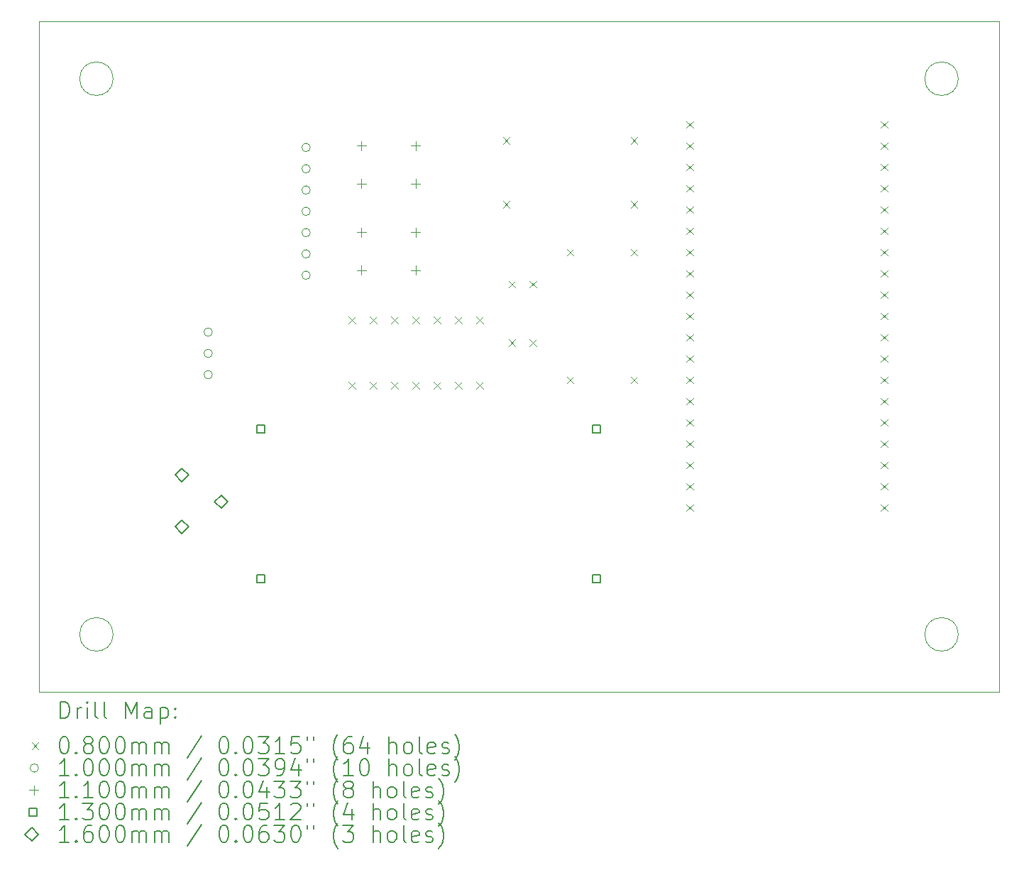
<source format=gbr>
%TF.GenerationSoftware,KiCad,Pcbnew,8.0.1*%
%TF.CreationDate,2024-04-23T21:27:29-07:00*%
%TF.ProjectId,LED_Device,4c45445f-4465-4766-9963-652e6b696361,rev?*%
%TF.SameCoordinates,Original*%
%TF.FileFunction,Drillmap*%
%TF.FilePolarity,Positive*%
%FSLAX45Y45*%
G04 Gerber Fmt 4.5, Leading zero omitted, Abs format (unit mm)*
G04 Created by KiCad (PCBNEW 8.0.1) date 2024-04-23 21:27:29*
%MOMM*%
%LPD*%
G01*
G04 APERTURE LIST*
%ADD10C,0.100000*%
%ADD11C,0.200000*%
%ADD12C,0.110000*%
%ADD13C,0.130000*%
%ADD14C,0.160000*%
G04 APERTURE END LIST*
D10*
X19808800Y-7899400D02*
G75*
G02*
X19408800Y-7899400I-200000J0D01*
G01*
X19408800Y-7899400D02*
G75*
G02*
X19808800Y-7899400I200000J0D01*
G01*
X9725000Y-7899400D02*
G75*
G02*
X9325000Y-7899400I-200000J0D01*
G01*
X9325000Y-7899400D02*
G75*
G02*
X9725000Y-7899400I200000J0D01*
G01*
X8839200Y-7213600D02*
X20294600Y-7213600D01*
X20294600Y-15214600D01*
X8839200Y-15214600D01*
X8839200Y-7213600D01*
X9725000Y-14528800D02*
G75*
G02*
X9325000Y-14528800I-200000J0D01*
G01*
X9325000Y-14528800D02*
G75*
G02*
X9725000Y-14528800I200000J0D01*
G01*
X19808800Y-14528800D02*
G75*
G02*
X19408800Y-14528800I-200000J0D01*
G01*
X19408800Y-14528800D02*
G75*
G02*
X19808800Y-14528800I200000J0D01*
G01*
D11*
D10*
X12533000Y-10737000D02*
X12613000Y-10817000D01*
X12613000Y-10737000D02*
X12533000Y-10817000D01*
X12533000Y-11517000D02*
X12613000Y-11597000D01*
X12613000Y-11517000D02*
X12533000Y-11597000D01*
X12787000Y-10737000D02*
X12867000Y-10817000D01*
X12867000Y-10737000D02*
X12787000Y-10817000D01*
X12787000Y-11517000D02*
X12867000Y-11597000D01*
X12867000Y-11517000D02*
X12787000Y-11597000D01*
X13041000Y-10737000D02*
X13121000Y-10817000D01*
X13121000Y-10737000D02*
X13041000Y-10817000D01*
X13041000Y-11517000D02*
X13121000Y-11597000D01*
X13121000Y-11517000D02*
X13041000Y-11597000D01*
X13295000Y-10737000D02*
X13375000Y-10817000D01*
X13375000Y-10737000D02*
X13295000Y-10817000D01*
X13295000Y-11517000D02*
X13375000Y-11597000D01*
X13375000Y-11517000D02*
X13295000Y-11597000D01*
X13549000Y-10737000D02*
X13629000Y-10817000D01*
X13629000Y-10737000D02*
X13549000Y-10817000D01*
X13549000Y-11517000D02*
X13629000Y-11597000D01*
X13629000Y-11517000D02*
X13549000Y-11597000D01*
X13803000Y-10737000D02*
X13883000Y-10817000D01*
X13883000Y-10737000D02*
X13803000Y-10817000D01*
X13803000Y-11517000D02*
X13883000Y-11597000D01*
X13883000Y-11517000D02*
X13803000Y-11597000D01*
X14057000Y-10737000D02*
X14137000Y-10817000D01*
X14137000Y-10737000D02*
X14057000Y-10817000D01*
X14057000Y-11517000D02*
X14137000Y-11597000D01*
X14137000Y-11517000D02*
X14057000Y-11597000D01*
X14374500Y-8596000D02*
X14454500Y-8676000D01*
X14454500Y-8596000D02*
X14374500Y-8676000D01*
X14374500Y-9358000D02*
X14454500Y-9438000D01*
X14454500Y-9358000D02*
X14374500Y-9438000D01*
X14442000Y-11009000D02*
X14522000Y-11089000D01*
X14522000Y-11009000D02*
X14442000Y-11089000D01*
X14444489Y-10310500D02*
X14524489Y-10390500D01*
X14524489Y-10310500D02*
X14444489Y-10390500D01*
X14692000Y-11009000D02*
X14772000Y-11089000D01*
X14772000Y-11009000D02*
X14692000Y-11089000D01*
X14694489Y-10310500D02*
X14774489Y-10390500D01*
X14774489Y-10310500D02*
X14694489Y-10390500D01*
X15136500Y-9929500D02*
X15216500Y-10009500D01*
X15216500Y-9929500D02*
X15136500Y-10009500D01*
X15136500Y-11453500D02*
X15216500Y-11533500D01*
X15216500Y-11453500D02*
X15136500Y-11533500D01*
X15898500Y-8596000D02*
X15978500Y-8676000D01*
X15978500Y-8596000D02*
X15898500Y-8676000D01*
X15898500Y-9358000D02*
X15978500Y-9438000D01*
X15978500Y-9358000D02*
X15898500Y-9438000D01*
X15898500Y-9929500D02*
X15978500Y-10009500D01*
X15978500Y-9929500D02*
X15898500Y-10009500D01*
X15898500Y-11453500D02*
X15978500Y-11533500D01*
X15978500Y-11453500D02*
X15898500Y-11533500D01*
X16566520Y-8405500D02*
X16646520Y-8485500D01*
X16646520Y-8405500D02*
X16566520Y-8485500D01*
X16566520Y-8659500D02*
X16646520Y-8739500D01*
X16646520Y-8659500D02*
X16566520Y-8739500D01*
X16566520Y-8913500D02*
X16646520Y-8993500D01*
X16646520Y-8913500D02*
X16566520Y-8993500D01*
X16566520Y-9167500D02*
X16646520Y-9247500D01*
X16646520Y-9167500D02*
X16566520Y-9247500D01*
X16566520Y-9421500D02*
X16646520Y-9501500D01*
X16646520Y-9421500D02*
X16566520Y-9501500D01*
X16566520Y-9675500D02*
X16646520Y-9755500D01*
X16646520Y-9675500D02*
X16566520Y-9755500D01*
X16566520Y-9929500D02*
X16646520Y-10009500D01*
X16646520Y-9929500D02*
X16566520Y-10009500D01*
X16566520Y-10183500D02*
X16646520Y-10263500D01*
X16646520Y-10183500D02*
X16566520Y-10263500D01*
X16566520Y-10437500D02*
X16646520Y-10517500D01*
X16646520Y-10437500D02*
X16566520Y-10517500D01*
X16566520Y-10691500D02*
X16646520Y-10771500D01*
X16646520Y-10691500D02*
X16566520Y-10771500D01*
X16566520Y-10945500D02*
X16646520Y-11025500D01*
X16646520Y-10945500D02*
X16566520Y-11025500D01*
X16566520Y-11199500D02*
X16646520Y-11279500D01*
X16646520Y-11199500D02*
X16566520Y-11279500D01*
X16566520Y-11453500D02*
X16646520Y-11533500D01*
X16646520Y-11453500D02*
X16566520Y-11533500D01*
X16566520Y-11707500D02*
X16646520Y-11787500D01*
X16646520Y-11707500D02*
X16566520Y-11787500D01*
X16566520Y-11961500D02*
X16646520Y-12041500D01*
X16646520Y-11961500D02*
X16566520Y-12041500D01*
X16566520Y-12215500D02*
X16646520Y-12295500D01*
X16646520Y-12215500D02*
X16566520Y-12295500D01*
X16566520Y-12469500D02*
X16646520Y-12549500D01*
X16646520Y-12469500D02*
X16566520Y-12549500D01*
X16566520Y-12723500D02*
X16646520Y-12803500D01*
X16646520Y-12723500D02*
X16566520Y-12803500D01*
X16566520Y-12977500D02*
X16646520Y-13057500D01*
X16646520Y-12977500D02*
X16566520Y-13057500D01*
X18883000Y-8405500D02*
X18963000Y-8485500D01*
X18963000Y-8405500D02*
X18883000Y-8485500D01*
X18883000Y-8659500D02*
X18963000Y-8739500D01*
X18963000Y-8659500D02*
X18883000Y-8739500D01*
X18883000Y-8913500D02*
X18963000Y-8993500D01*
X18963000Y-8913500D02*
X18883000Y-8993500D01*
X18883000Y-9167500D02*
X18963000Y-9247500D01*
X18963000Y-9167500D02*
X18883000Y-9247500D01*
X18883000Y-9421500D02*
X18963000Y-9501500D01*
X18963000Y-9421500D02*
X18883000Y-9501500D01*
X18883000Y-9675500D02*
X18963000Y-9755500D01*
X18963000Y-9675500D02*
X18883000Y-9755500D01*
X18883000Y-9929500D02*
X18963000Y-10009500D01*
X18963000Y-9929500D02*
X18883000Y-10009500D01*
X18883000Y-10183500D02*
X18963000Y-10263500D01*
X18963000Y-10183500D02*
X18883000Y-10263500D01*
X18883000Y-10437500D02*
X18963000Y-10517500D01*
X18963000Y-10437500D02*
X18883000Y-10517500D01*
X18883000Y-10691500D02*
X18963000Y-10771500D01*
X18963000Y-10691500D02*
X18883000Y-10771500D01*
X18883000Y-10945500D02*
X18963000Y-11025500D01*
X18963000Y-10945500D02*
X18883000Y-11025500D01*
X18883000Y-11199500D02*
X18963000Y-11279500D01*
X18963000Y-11199500D02*
X18883000Y-11279500D01*
X18883000Y-11453500D02*
X18963000Y-11533500D01*
X18963000Y-11453500D02*
X18883000Y-11533500D01*
X18883000Y-11707500D02*
X18963000Y-11787500D01*
X18963000Y-11707500D02*
X18883000Y-11787500D01*
X18883000Y-11961500D02*
X18963000Y-12041500D01*
X18963000Y-11961500D02*
X18883000Y-12041500D01*
X18883000Y-12215500D02*
X18963000Y-12295500D01*
X18963000Y-12215500D02*
X18883000Y-12295500D01*
X18883000Y-12469500D02*
X18963000Y-12549500D01*
X18963000Y-12469500D02*
X18883000Y-12549500D01*
X18883000Y-12723500D02*
X18963000Y-12803500D01*
X18963000Y-12723500D02*
X18883000Y-12803500D01*
X18883000Y-12977500D02*
X18963000Y-13057500D01*
X18963000Y-12977500D02*
X18883000Y-13057500D01*
X10908500Y-10922000D02*
G75*
G02*
X10808500Y-10922000I-50000J0D01*
G01*
X10808500Y-10922000D02*
G75*
G02*
X10908500Y-10922000I50000J0D01*
G01*
X10908500Y-11176000D02*
G75*
G02*
X10808500Y-11176000I-50000J0D01*
G01*
X10808500Y-11176000D02*
G75*
G02*
X10908500Y-11176000I50000J0D01*
G01*
X10908500Y-11430000D02*
G75*
G02*
X10808500Y-11430000I-50000J0D01*
G01*
X10808500Y-11430000D02*
G75*
G02*
X10908500Y-11430000I50000J0D01*
G01*
X12076900Y-8719820D02*
G75*
G02*
X11976900Y-8719820I-50000J0D01*
G01*
X11976900Y-8719820D02*
G75*
G02*
X12076900Y-8719820I50000J0D01*
G01*
X12076900Y-8973820D02*
G75*
G02*
X11976900Y-8973820I-50000J0D01*
G01*
X11976900Y-8973820D02*
G75*
G02*
X12076900Y-8973820I50000J0D01*
G01*
X12076900Y-9227820D02*
G75*
G02*
X11976900Y-9227820I-50000J0D01*
G01*
X11976900Y-9227820D02*
G75*
G02*
X12076900Y-9227820I50000J0D01*
G01*
X12076900Y-9481820D02*
G75*
G02*
X11976900Y-9481820I-50000J0D01*
G01*
X11976900Y-9481820D02*
G75*
G02*
X12076900Y-9481820I50000J0D01*
G01*
X12076900Y-9735820D02*
G75*
G02*
X11976900Y-9735820I-50000J0D01*
G01*
X11976900Y-9735820D02*
G75*
G02*
X12076900Y-9735820I50000J0D01*
G01*
X12076900Y-9989820D02*
G75*
G02*
X11976900Y-9989820I-50000J0D01*
G01*
X11976900Y-9989820D02*
G75*
G02*
X12076900Y-9989820I50000J0D01*
G01*
X12076900Y-10243820D02*
G75*
G02*
X11976900Y-10243820I-50000J0D01*
G01*
X11976900Y-10243820D02*
G75*
G02*
X12076900Y-10243820I50000J0D01*
G01*
D12*
X12685000Y-8644500D02*
X12685000Y-8754500D01*
X12630000Y-8699500D02*
X12740000Y-8699500D01*
X12685000Y-9094500D02*
X12685000Y-9204500D01*
X12630000Y-9149500D02*
X12740000Y-9149500D01*
X12685000Y-9677500D02*
X12685000Y-9787500D01*
X12630000Y-9732500D02*
X12740000Y-9732500D01*
X12685000Y-10127500D02*
X12685000Y-10237500D01*
X12630000Y-10182500D02*
X12740000Y-10182500D01*
X13335000Y-8644500D02*
X13335000Y-8754500D01*
X13280000Y-8699500D02*
X13390000Y-8699500D01*
X13335000Y-9094500D02*
X13335000Y-9204500D01*
X13280000Y-9149500D02*
X13390000Y-9149500D01*
X13335000Y-9677500D02*
X13335000Y-9787500D01*
X13280000Y-9732500D02*
X13390000Y-9732500D01*
X13335000Y-10127500D02*
X13335000Y-10237500D01*
X13280000Y-10182500D02*
X13390000Y-10182500D01*
D13*
X11531842Y-12121122D02*
X11531842Y-12029198D01*
X11439918Y-12029198D01*
X11439918Y-12121122D01*
X11531842Y-12121122D01*
X11531842Y-13909282D02*
X11531842Y-13817358D01*
X11439918Y-13817358D01*
X11439918Y-13909282D01*
X11531842Y-13909282D01*
X15539962Y-12121122D02*
X15539962Y-12029198D01*
X15448038Y-12029198D01*
X15448038Y-12121122D01*
X15539962Y-12121122D01*
X15539962Y-13909282D02*
X15539962Y-13817358D01*
X15448038Y-13817358D01*
X15448038Y-13909282D01*
X15539962Y-13909282D01*
D14*
X10544500Y-12706500D02*
X10624500Y-12626500D01*
X10544500Y-12546500D01*
X10464500Y-12626500D01*
X10544500Y-12706500D01*
X10544500Y-13326500D02*
X10624500Y-13246500D01*
X10544500Y-13166500D01*
X10464500Y-13246500D01*
X10544500Y-13326500D01*
X11014500Y-13026500D02*
X11094500Y-12946500D01*
X11014500Y-12866500D01*
X10934500Y-12946500D01*
X11014500Y-13026500D01*
D11*
X9094977Y-15531084D02*
X9094977Y-15331084D01*
X9094977Y-15331084D02*
X9142596Y-15331084D01*
X9142596Y-15331084D02*
X9171167Y-15340608D01*
X9171167Y-15340608D02*
X9190215Y-15359655D01*
X9190215Y-15359655D02*
X9199739Y-15378703D01*
X9199739Y-15378703D02*
X9209263Y-15416798D01*
X9209263Y-15416798D02*
X9209263Y-15445369D01*
X9209263Y-15445369D02*
X9199739Y-15483465D01*
X9199739Y-15483465D02*
X9190215Y-15502512D01*
X9190215Y-15502512D02*
X9171167Y-15521560D01*
X9171167Y-15521560D02*
X9142596Y-15531084D01*
X9142596Y-15531084D02*
X9094977Y-15531084D01*
X9294977Y-15531084D02*
X9294977Y-15397750D01*
X9294977Y-15435846D02*
X9304501Y-15416798D01*
X9304501Y-15416798D02*
X9314024Y-15407274D01*
X9314024Y-15407274D02*
X9333072Y-15397750D01*
X9333072Y-15397750D02*
X9352120Y-15397750D01*
X9418786Y-15531084D02*
X9418786Y-15397750D01*
X9418786Y-15331084D02*
X9409263Y-15340608D01*
X9409263Y-15340608D02*
X9418786Y-15350131D01*
X9418786Y-15350131D02*
X9428310Y-15340608D01*
X9428310Y-15340608D02*
X9418786Y-15331084D01*
X9418786Y-15331084D02*
X9418786Y-15350131D01*
X9542596Y-15531084D02*
X9523548Y-15521560D01*
X9523548Y-15521560D02*
X9514024Y-15502512D01*
X9514024Y-15502512D02*
X9514024Y-15331084D01*
X9647358Y-15531084D02*
X9628310Y-15521560D01*
X9628310Y-15521560D02*
X9618786Y-15502512D01*
X9618786Y-15502512D02*
X9618786Y-15331084D01*
X9875929Y-15531084D02*
X9875929Y-15331084D01*
X9875929Y-15331084D02*
X9942596Y-15473941D01*
X9942596Y-15473941D02*
X10009263Y-15331084D01*
X10009263Y-15331084D02*
X10009263Y-15531084D01*
X10190215Y-15531084D02*
X10190215Y-15426322D01*
X10190215Y-15426322D02*
X10180691Y-15407274D01*
X10180691Y-15407274D02*
X10161644Y-15397750D01*
X10161644Y-15397750D02*
X10123548Y-15397750D01*
X10123548Y-15397750D02*
X10104501Y-15407274D01*
X10190215Y-15521560D02*
X10171167Y-15531084D01*
X10171167Y-15531084D02*
X10123548Y-15531084D01*
X10123548Y-15531084D02*
X10104501Y-15521560D01*
X10104501Y-15521560D02*
X10094977Y-15502512D01*
X10094977Y-15502512D02*
X10094977Y-15483465D01*
X10094977Y-15483465D02*
X10104501Y-15464417D01*
X10104501Y-15464417D02*
X10123548Y-15454893D01*
X10123548Y-15454893D02*
X10171167Y-15454893D01*
X10171167Y-15454893D02*
X10190215Y-15445369D01*
X10285453Y-15397750D02*
X10285453Y-15597750D01*
X10285453Y-15407274D02*
X10304501Y-15397750D01*
X10304501Y-15397750D02*
X10342596Y-15397750D01*
X10342596Y-15397750D02*
X10361644Y-15407274D01*
X10361644Y-15407274D02*
X10371167Y-15416798D01*
X10371167Y-15416798D02*
X10380691Y-15435846D01*
X10380691Y-15435846D02*
X10380691Y-15492988D01*
X10380691Y-15492988D02*
X10371167Y-15512036D01*
X10371167Y-15512036D02*
X10361644Y-15521560D01*
X10361644Y-15521560D02*
X10342596Y-15531084D01*
X10342596Y-15531084D02*
X10304501Y-15531084D01*
X10304501Y-15531084D02*
X10285453Y-15521560D01*
X10466405Y-15512036D02*
X10475929Y-15521560D01*
X10475929Y-15521560D02*
X10466405Y-15531084D01*
X10466405Y-15531084D02*
X10456882Y-15521560D01*
X10456882Y-15521560D02*
X10466405Y-15512036D01*
X10466405Y-15512036D02*
X10466405Y-15531084D01*
X10466405Y-15407274D02*
X10475929Y-15416798D01*
X10475929Y-15416798D02*
X10466405Y-15426322D01*
X10466405Y-15426322D02*
X10456882Y-15416798D01*
X10456882Y-15416798D02*
X10466405Y-15407274D01*
X10466405Y-15407274D02*
X10466405Y-15426322D01*
D10*
X8754200Y-15819600D02*
X8834200Y-15899600D01*
X8834200Y-15819600D02*
X8754200Y-15899600D01*
D11*
X9133072Y-15751084D02*
X9152120Y-15751084D01*
X9152120Y-15751084D02*
X9171167Y-15760608D01*
X9171167Y-15760608D02*
X9180691Y-15770131D01*
X9180691Y-15770131D02*
X9190215Y-15789179D01*
X9190215Y-15789179D02*
X9199739Y-15827274D01*
X9199739Y-15827274D02*
X9199739Y-15874893D01*
X9199739Y-15874893D02*
X9190215Y-15912988D01*
X9190215Y-15912988D02*
X9180691Y-15932036D01*
X9180691Y-15932036D02*
X9171167Y-15941560D01*
X9171167Y-15941560D02*
X9152120Y-15951084D01*
X9152120Y-15951084D02*
X9133072Y-15951084D01*
X9133072Y-15951084D02*
X9114024Y-15941560D01*
X9114024Y-15941560D02*
X9104501Y-15932036D01*
X9104501Y-15932036D02*
X9094977Y-15912988D01*
X9094977Y-15912988D02*
X9085453Y-15874893D01*
X9085453Y-15874893D02*
X9085453Y-15827274D01*
X9085453Y-15827274D02*
X9094977Y-15789179D01*
X9094977Y-15789179D02*
X9104501Y-15770131D01*
X9104501Y-15770131D02*
X9114024Y-15760608D01*
X9114024Y-15760608D02*
X9133072Y-15751084D01*
X9285453Y-15932036D02*
X9294977Y-15941560D01*
X9294977Y-15941560D02*
X9285453Y-15951084D01*
X9285453Y-15951084D02*
X9275929Y-15941560D01*
X9275929Y-15941560D02*
X9285453Y-15932036D01*
X9285453Y-15932036D02*
X9285453Y-15951084D01*
X9409263Y-15836798D02*
X9390215Y-15827274D01*
X9390215Y-15827274D02*
X9380691Y-15817750D01*
X9380691Y-15817750D02*
X9371167Y-15798703D01*
X9371167Y-15798703D02*
X9371167Y-15789179D01*
X9371167Y-15789179D02*
X9380691Y-15770131D01*
X9380691Y-15770131D02*
X9390215Y-15760608D01*
X9390215Y-15760608D02*
X9409263Y-15751084D01*
X9409263Y-15751084D02*
X9447358Y-15751084D01*
X9447358Y-15751084D02*
X9466405Y-15760608D01*
X9466405Y-15760608D02*
X9475929Y-15770131D01*
X9475929Y-15770131D02*
X9485453Y-15789179D01*
X9485453Y-15789179D02*
X9485453Y-15798703D01*
X9485453Y-15798703D02*
X9475929Y-15817750D01*
X9475929Y-15817750D02*
X9466405Y-15827274D01*
X9466405Y-15827274D02*
X9447358Y-15836798D01*
X9447358Y-15836798D02*
X9409263Y-15836798D01*
X9409263Y-15836798D02*
X9390215Y-15846322D01*
X9390215Y-15846322D02*
X9380691Y-15855846D01*
X9380691Y-15855846D02*
X9371167Y-15874893D01*
X9371167Y-15874893D02*
X9371167Y-15912988D01*
X9371167Y-15912988D02*
X9380691Y-15932036D01*
X9380691Y-15932036D02*
X9390215Y-15941560D01*
X9390215Y-15941560D02*
X9409263Y-15951084D01*
X9409263Y-15951084D02*
X9447358Y-15951084D01*
X9447358Y-15951084D02*
X9466405Y-15941560D01*
X9466405Y-15941560D02*
X9475929Y-15932036D01*
X9475929Y-15932036D02*
X9485453Y-15912988D01*
X9485453Y-15912988D02*
X9485453Y-15874893D01*
X9485453Y-15874893D02*
X9475929Y-15855846D01*
X9475929Y-15855846D02*
X9466405Y-15846322D01*
X9466405Y-15846322D02*
X9447358Y-15836798D01*
X9609263Y-15751084D02*
X9628310Y-15751084D01*
X9628310Y-15751084D02*
X9647358Y-15760608D01*
X9647358Y-15760608D02*
X9656882Y-15770131D01*
X9656882Y-15770131D02*
X9666405Y-15789179D01*
X9666405Y-15789179D02*
X9675929Y-15827274D01*
X9675929Y-15827274D02*
X9675929Y-15874893D01*
X9675929Y-15874893D02*
X9666405Y-15912988D01*
X9666405Y-15912988D02*
X9656882Y-15932036D01*
X9656882Y-15932036D02*
X9647358Y-15941560D01*
X9647358Y-15941560D02*
X9628310Y-15951084D01*
X9628310Y-15951084D02*
X9609263Y-15951084D01*
X9609263Y-15951084D02*
X9590215Y-15941560D01*
X9590215Y-15941560D02*
X9580691Y-15932036D01*
X9580691Y-15932036D02*
X9571167Y-15912988D01*
X9571167Y-15912988D02*
X9561644Y-15874893D01*
X9561644Y-15874893D02*
X9561644Y-15827274D01*
X9561644Y-15827274D02*
X9571167Y-15789179D01*
X9571167Y-15789179D02*
X9580691Y-15770131D01*
X9580691Y-15770131D02*
X9590215Y-15760608D01*
X9590215Y-15760608D02*
X9609263Y-15751084D01*
X9799739Y-15751084D02*
X9818786Y-15751084D01*
X9818786Y-15751084D02*
X9837834Y-15760608D01*
X9837834Y-15760608D02*
X9847358Y-15770131D01*
X9847358Y-15770131D02*
X9856882Y-15789179D01*
X9856882Y-15789179D02*
X9866405Y-15827274D01*
X9866405Y-15827274D02*
X9866405Y-15874893D01*
X9866405Y-15874893D02*
X9856882Y-15912988D01*
X9856882Y-15912988D02*
X9847358Y-15932036D01*
X9847358Y-15932036D02*
X9837834Y-15941560D01*
X9837834Y-15941560D02*
X9818786Y-15951084D01*
X9818786Y-15951084D02*
X9799739Y-15951084D01*
X9799739Y-15951084D02*
X9780691Y-15941560D01*
X9780691Y-15941560D02*
X9771167Y-15932036D01*
X9771167Y-15932036D02*
X9761644Y-15912988D01*
X9761644Y-15912988D02*
X9752120Y-15874893D01*
X9752120Y-15874893D02*
X9752120Y-15827274D01*
X9752120Y-15827274D02*
X9761644Y-15789179D01*
X9761644Y-15789179D02*
X9771167Y-15770131D01*
X9771167Y-15770131D02*
X9780691Y-15760608D01*
X9780691Y-15760608D02*
X9799739Y-15751084D01*
X9952120Y-15951084D02*
X9952120Y-15817750D01*
X9952120Y-15836798D02*
X9961644Y-15827274D01*
X9961644Y-15827274D02*
X9980691Y-15817750D01*
X9980691Y-15817750D02*
X10009263Y-15817750D01*
X10009263Y-15817750D02*
X10028310Y-15827274D01*
X10028310Y-15827274D02*
X10037834Y-15846322D01*
X10037834Y-15846322D02*
X10037834Y-15951084D01*
X10037834Y-15846322D02*
X10047358Y-15827274D01*
X10047358Y-15827274D02*
X10066405Y-15817750D01*
X10066405Y-15817750D02*
X10094977Y-15817750D01*
X10094977Y-15817750D02*
X10114025Y-15827274D01*
X10114025Y-15827274D02*
X10123548Y-15846322D01*
X10123548Y-15846322D02*
X10123548Y-15951084D01*
X10218786Y-15951084D02*
X10218786Y-15817750D01*
X10218786Y-15836798D02*
X10228310Y-15827274D01*
X10228310Y-15827274D02*
X10247358Y-15817750D01*
X10247358Y-15817750D02*
X10275929Y-15817750D01*
X10275929Y-15817750D02*
X10294977Y-15827274D01*
X10294977Y-15827274D02*
X10304501Y-15846322D01*
X10304501Y-15846322D02*
X10304501Y-15951084D01*
X10304501Y-15846322D02*
X10314025Y-15827274D01*
X10314025Y-15827274D02*
X10333072Y-15817750D01*
X10333072Y-15817750D02*
X10361644Y-15817750D01*
X10361644Y-15817750D02*
X10380691Y-15827274D01*
X10380691Y-15827274D02*
X10390215Y-15846322D01*
X10390215Y-15846322D02*
X10390215Y-15951084D01*
X10780691Y-15741560D02*
X10609263Y-15998703D01*
X11037834Y-15751084D02*
X11056882Y-15751084D01*
X11056882Y-15751084D02*
X11075929Y-15760608D01*
X11075929Y-15760608D02*
X11085453Y-15770131D01*
X11085453Y-15770131D02*
X11094977Y-15789179D01*
X11094977Y-15789179D02*
X11104501Y-15827274D01*
X11104501Y-15827274D02*
X11104501Y-15874893D01*
X11104501Y-15874893D02*
X11094977Y-15912988D01*
X11094977Y-15912988D02*
X11085453Y-15932036D01*
X11085453Y-15932036D02*
X11075929Y-15941560D01*
X11075929Y-15941560D02*
X11056882Y-15951084D01*
X11056882Y-15951084D02*
X11037834Y-15951084D01*
X11037834Y-15951084D02*
X11018787Y-15941560D01*
X11018787Y-15941560D02*
X11009263Y-15932036D01*
X11009263Y-15932036D02*
X10999739Y-15912988D01*
X10999739Y-15912988D02*
X10990215Y-15874893D01*
X10990215Y-15874893D02*
X10990215Y-15827274D01*
X10990215Y-15827274D02*
X10999739Y-15789179D01*
X10999739Y-15789179D02*
X11009263Y-15770131D01*
X11009263Y-15770131D02*
X11018787Y-15760608D01*
X11018787Y-15760608D02*
X11037834Y-15751084D01*
X11190215Y-15932036D02*
X11199739Y-15941560D01*
X11199739Y-15941560D02*
X11190215Y-15951084D01*
X11190215Y-15951084D02*
X11180691Y-15941560D01*
X11180691Y-15941560D02*
X11190215Y-15932036D01*
X11190215Y-15932036D02*
X11190215Y-15951084D01*
X11323548Y-15751084D02*
X11342596Y-15751084D01*
X11342596Y-15751084D02*
X11361644Y-15760608D01*
X11361644Y-15760608D02*
X11371167Y-15770131D01*
X11371167Y-15770131D02*
X11380691Y-15789179D01*
X11380691Y-15789179D02*
X11390215Y-15827274D01*
X11390215Y-15827274D02*
X11390215Y-15874893D01*
X11390215Y-15874893D02*
X11380691Y-15912988D01*
X11380691Y-15912988D02*
X11371167Y-15932036D01*
X11371167Y-15932036D02*
X11361644Y-15941560D01*
X11361644Y-15941560D02*
X11342596Y-15951084D01*
X11342596Y-15951084D02*
X11323548Y-15951084D01*
X11323548Y-15951084D02*
X11304501Y-15941560D01*
X11304501Y-15941560D02*
X11294977Y-15932036D01*
X11294977Y-15932036D02*
X11285453Y-15912988D01*
X11285453Y-15912988D02*
X11275929Y-15874893D01*
X11275929Y-15874893D02*
X11275929Y-15827274D01*
X11275929Y-15827274D02*
X11285453Y-15789179D01*
X11285453Y-15789179D02*
X11294977Y-15770131D01*
X11294977Y-15770131D02*
X11304501Y-15760608D01*
X11304501Y-15760608D02*
X11323548Y-15751084D01*
X11456882Y-15751084D02*
X11580691Y-15751084D01*
X11580691Y-15751084D02*
X11514025Y-15827274D01*
X11514025Y-15827274D02*
X11542596Y-15827274D01*
X11542596Y-15827274D02*
X11561644Y-15836798D01*
X11561644Y-15836798D02*
X11571167Y-15846322D01*
X11571167Y-15846322D02*
X11580691Y-15865369D01*
X11580691Y-15865369D02*
X11580691Y-15912988D01*
X11580691Y-15912988D02*
X11571167Y-15932036D01*
X11571167Y-15932036D02*
X11561644Y-15941560D01*
X11561644Y-15941560D02*
X11542596Y-15951084D01*
X11542596Y-15951084D02*
X11485453Y-15951084D01*
X11485453Y-15951084D02*
X11466406Y-15941560D01*
X11466406Y-15941560D02*
X11456882Y-15932036D01*
X11771167Y-15951084D02*
X11656882Y-15951084D01*
X11714025Y-15951084D02*
X11714025Y-15751084D01*
X11714025Y-15751084D02*
X11694977Y-15779655D01*
X11694977Y-15779655D02*
X11675929Y-15798703D01*
X11675929Y-15798703D02*
X11656882Y-15808227D01*
X11952120Y-15751084D02*
X11856882Y-15751084D01*
X11856882Y-15751084D02*
X11847358Y-15846322D01*
X11847358Y-15846322D02*
X11856882Y-15836798D01*
X11856882Y-15836798D02*
X11875929Y-15827274D01*
X11875929Y-15827274D02*
X11923548Y-15827274D01*
X11923548Y-15827274D02*
X11942596Y-15836798D01*
X11942596Y-15836798D02*
X11952120Y-15846322D01*
X11952120Y-15846322D02*
X11961644Y-15865369D01*
X11961644Y-15865369D02*
X11961644Y-15912988D01*
X11961644Y-15912988D02*
X11952120Y-15932036D01*
X11952120Y-15932036D02*
X11942596Y-15941560D01*
X11942596Y-15941560D02*
X11923548Y-15951084D01*
X11923548Y-15951084D02*
X11875929Y-15951084D01*
X11875929Y-15951084D02*
X11856882Y-15941560D01*
X11856882Y-15941560D02*
X11847358Y-15932036D01*
X12037834Y-15751084D02*
X12037834Y-15789179D01*
X12114025Y-15751084D02*
X12114025Y-15789179D01*
X12409263Y-16027274D02*
X12399739Y-16017750D01*
X12399739Y-16017750D02*
X12380691Y-15989179D01*
X12380691Y-15989179D02*
X12371168Y-15970131D01*
X12371168Y-15970131D02*
X12361644Y-15941560D01*
X12361644Y-15941560D02*
X12352120Y-15893941D01*
X12352120Y-15893941D02*
X12352120Y-15855846D01*
X12352120Y-15855846D02*
X12361644Y-15808227D01*
X12361644Y-15808227D02*
X12371168Y-15779655D01*
X12371168Y-15779655D02*
X12380691Y-15760608D01*
X12380691Y-15760608D02*
X12399739Y-15732036D01*
X12399739Y-15732036D02*
X12409263Y-15722512D01*
X12571168Y-15751084D02*
X12533072Y-15751084D01*
X12533072Y-15751084D02*
X12514025Y-15760608D01*
X12514025Y-15760608D02*
X12504501Y-15770131D01*
X12504501Y-15770131D02*
X12485453Y-15798703D01*
X12485453Y-15798703D02*
X12475929Y-15836798D01*
X12475929Y-15836798D02*
X12475929Y-15912988D01*
X12475929Y-15912988D02*
X12485453Y-15932036D01*
X12485453Y-15932036D02*
X12494977Y-15941560D01*
X12494977Y-15941560D02*
X12514025Y-15951084D01*
X12514025Y-15951084D02*
X12552120Y-15951084D01*
X12552120Y-15951084D02*
X12571168Y-15941560D01*
X12571168Y-15941560D02*
X12580691Y-15932036D01*
X12580691Y-15932036D02*
X12590215Y-15912988D01*
X12590215Y-15912988D02*
X12590215Y-15865369D01*
X12590215Y-15865369D02*
X12580691Y-15846322D01*
X12580691Y-15846322D02*
X12571168Y-15836798D01*
X12571168Y-15836798D02*
X12552120Y-15827274D01*
X12552120Y-15827274D02*
X12514025Y-15827274D01*
X12514025Y-15827274D02*
X12494977Y-15836798D01*
X12494977Y-15836798D02*
X12485453Y-15846322D01*
X12485453Y-15846322D02*
X12475929Y-15865369D01*
X12761644Y-15817750D02*
X12761644Y-15951084D01*
X12714025Y-15741560D02*
X12666406Y-15884417D01*
X12666406Y-15884417D02*
X12790215Y-15884417D01*
X13018787Y-15951084D02*
X13018787Y-15751084D01*
X13104501Y-15951084D02*
X13104501Y-15846322D01*
X13104501Y-15846322D02*
X13094977Y-15827274D01*
X13094977Y-15827274D02*
X13075930Y-15817750D01*
X13075930Y-15817750D02*
X13047358Y-15817750D01*
X13047358Y-15817750D02*
X13028310Y-15827274D01*
X13028310Y-15827274D02*
X13018787Y-15836798D01*
X13228310Y-15951084D02*
X13209263Y-15941560D01*
X13209263Y-15941560D02*
X13199739Y-15932036D01*
X13199739Y-15932036D02*
X13190215Y-15912988D01*
X13190215Y-15912988D02*
X13190215Y-15855846D01*
X13190215Y-15855846D02*
X13199739Y-15836798D01*
X13199739Y-15836798D02*
X13209263Y-15827274D01*
X13209263Y-15827274D02*
X13228310Y-15817750D01*
X13228310Y-15817750D02*
X13256882Y-15817750D01*
X13256882Y-15817750D02*
X13275930Y-15827274D01*
X13275930Y-15827274D02*
X13285453Y-15836798D01*
X13285453Y-15836798D02*
X13294977Y-15855846D01*
X13294977Y-15855846D02*
X13294977Y-15912988D01*
X13294977Y-15912988D02*
X13285453Y-15932036D01*
X13285453Y-15932036D02*
X13275930Y-15941560D01*
X13275930Y-15941560D02*
X13256882Y-15951084D01*
X13256882Y-15951084D02*
X13228310Y-15951084D01*
X13409263Y-15951084D02*
X13390215Y-15941560D01*
X13390215Y-15941560D02*
X13380691Y-15922512D01*
X13380691Y-15922512D02*
X13380691Y-15751084D01*
X13561644Y-15941560D02*
X13542596Y-15951084D01*
X13542596Y-15951084D02*
X13504501Y-15951084D01*
X13504501Y-15951084D02*
X13485453Y-15941560D01*
X13485453Y-15941560D02*
X13475930Y-15922512D01*
X13475930Y-15922512D02*
X13475930Y-15846322D01*
X13475930Y-15846322D02*
X13485453Y-15827274D01*
X13485453Y-15827274D02*
X13504501Y-15817750D01*
X13504501Y-15817750D02*
X13542596Y-15817750D01*
X13542596Y-15817750D02*
X13561644Y-15827274D01*
X13561644Y-15827274D02*
X13571168Y-15846322D01*
X13571168Y-15846322D02*
X13571168Y-15865369D01*
X13571168Y-15865369D02*
X13475930Y-15884417D01*
X13647358Y-15941560D02*
X13666406Y-15951084D01*
X13666406Y-15951084D02*
X13704501Y-15951084D01*
X13704501Y-15951084D02*
X13723549Y-15941560D01*
X13723549Y-15941560D02*
X13733072Y-15922512D01*
X13733072Y-15922512D02*
X13733072Y-15912988D01*
X13733072Y-15912988D02*
X13723549Y-15893941D01*
X13723549Y-15893941D02*
X13704501Y-15884417D01*
X13704501Y-15884417D02*
X13675930Y-15884417D01*
X13675930Y-15884417D02*
X13656882Y-15874893D01*
X13656882Y-15874893D02*
X13647358Y-15855846D01*
X13647358Y-15855846D02*
X13647358Y-15846322D01*
X13647358Y-15846322D02*
X13656882Y-15827274D01*
X13656882Y-15827274D02*
X13675930Y-15817750D01*
X13675930Y-15817750D02*
X13704501Y-15817750D01*
X13704501Y-15817750D02*
X13723549Y-15827274D01*
X13799739Y-16027274D02*
X13809263Y-16017750D01*
X13809263Y-16017750D02*
X13828311Y-15989179D01*
X13828311Y-15989179D02*
X13837834Y-15970131D01*
X13837834Y-15970131D02*
X13847358Y-15941560D01*
X13847358Y-15941560D02*
X13856882Y-15893941D01*
X13856882Y-15893941D02*
X13856882Y-15855846D01*
X13856882Y-15855846D02*
X13847358Y-15808227D01*
X13847358Y-15808227D02*
X13837834Y-15779655D01*
X13837834Y-15779655D02*
X13828311Y-15760608D01*
X13828311Y-15760608D02*
X13809263Y-15732036D01*
X13809263Y-15732036D02*
X13799739Y-15722512D01*
D10*
X8834200Y-16123600D02*
G75*
G02*
X8734200Y-16123600I-50000J0D01*
G01*
X8734200Y-16123600D02*
G75*
G02*
X8834200Y-16123600I50000J0D01*
G01*
D11*
X9199739Y-16215084D02*
X9085453Y-16215084D01*
X9142596Y-16215084D02*
X9142596Y-16015084D01*
X9142596Y-16015084D02*
X9123548Y-16043655D01*
X9123548Y-16043655D02*
X9104501Y-16062703D01*
X9104501Y-16062703D02*
X9085453Y-16072227D01*
X9285453Y-16196036D02*
X9294977Y-16205560D01*
X9294977Y-16205560D02*
X9285453Y-16215084D01*
X9285453Y-16215084D02*
X9275929Y-16205560D01*
X9275929Y-16205560D02*
X9285453Y-16196036D01*
X9285453Y-16196036D02*
X9285453Y-16215084D01*
X9418786Y-16015084D02*
X9437834Y-16015084D01*
X9437834Y-16015084D02*
X9456882Y-16024608D01*
X9456882Y-16024608D02*
X9466405Y-16034131D01*
X9466405Y-16034131D02*
X9475929Y-16053179D01*
X9475929Y-16053179D02*
X9485453Y-16091274D01*
X9485453Y-16091274D02*
X9485453Y-16138893D01*
X9485453Y-16138893D02*
X9475929Y-16176988D01*
X9475929Y-16176988D02*
X9466405Y-16196036D01*
X9466405Y-16196036D02*
X9456882Y-16205560D01*
X9456882Y-16205560D02*
X9437834Y-16215084D01*
X9437834Y-16215084D02*
X9418786Y-16215084D01*
X9418786Y-16215084D02*
X9399739Y-16205560D01*
X9399739Y-16205560D02*
X9390215Y-16196036D01*
X9390215Y-16196036D02*
X9380691Y-16176988D01*
X9380691Y-16176988D02*
X9371167Y-16138893D01*
X9371167Y-16138893D02*
X9371167Y-16091274D01*
X9371167Y-16091274D02*
X9380691Y-16053179D01*
X9380691Y-16053179D02*
X9390215Y-16034131D01*
X9390215Y-16034131D02*
X9399739Y-16024608D01*
X9399739Y-16024608D02*
X9418786Y-16015084D01*
X9609263Y-16015084D02*
X9628310Y-16015084D01*
X9628310Y-16015084D02*
X9647358Y-16024608D01*
X9647358Y-16024608D02*
X9656882Y-16034131D01*
X9656882Y-16034131D02*
X9666405Y-16053179D01*
X9666405Y-16053179D02*
X9675929Y-16091274D01*
X9675929Y-16091274D02*
X9675929Y-16138893D01*
X9675929Y-16138893D02*
X9666405Y-16176988D01*
X9666405Y-16176988D02*
X9656882Y-16196036D01*
X9656882Y-16196036D02*
X9647358Y-16205560D01*
X9647358Y-16205560D02*
X9628310Y-16215084D01*
X9628310Y-16215084D02*
X9609263Y-16215084D01*
X9609263Y-16215084D02*
X9590215Y-16205560D01*
X9590215Y-16205560D02*
X9580691Y-16196036D01*
X9580691Y-16196036D02*
X9571167Y-16176988D01*
X9571167Y-16176988D02*
X9561644Y-16138893D01*
X9561644Y-16138893D02*
X9561644Y-16091274D01*
X9561644Y-16091274D02*
X9571167Y-16053179D01*
X9571167Y-16053179D02*
X9580691Y-16034131D01*
X9580691Y-16034131D02*
X9590215Y-16024608D01*
X9590215Y-16024608D02*
X9609263Y-16015084D01*
X9799739Y-16015084D02*
X9818786Y-16015084D01*
X9818786Y-16015084D02*
X9837834Y-16024608D01*
X9837834Y-16024608D02*
X9847358Y-16034131D01*
X9847358Y-16034131D02*
X9856882Y-16053179D01*
X9856882Y-16053179D02*
X9866405Y-16091274D01*
X9866405Y-16091274D02*
X9866405Y-16138893D01*
X9866405Y-16138893D02*
X9856882Y-16176988D01*
X9856882Y-16176988D02*
X9847358Y-16196036D01*
X9847358Y-16196036D02*
X9837834Y-16205560D01*
X9837834Y-16205560D02*
X9818786Y-16215084D01*
X9818786Y-16215084D02*
X9799739Y-16215084D01*
X9799739Y-16215084D02*
X9780691Y-16205560D01*
X9780691Y-16205560D02*
X9771167Y-16196036D01*
X9771167Y-16196036D02*
X9761644Y-16176988D01*
X9761644Y-16176988D02*
X9752120Y-16138893D01*
X9752120Y-16138893D02*
X9752120Y-16091274D01*
X9752120Y-16091274D02*
X9761644Y-16053179D01*
X9761644Y-16053179D02*
X9771167Y-16034131D01*
X9771167Y-16034131D02*
X9780691Y-16024608D01*
X9780691Y-16024608D02*
X9799739Y-16015084D01*
X9952120Y-16215084D02*
X9952120Y-16081750D01*
X9952120Y-16100798D02*
X9961644Y-16091274D01*
X9961644Y-16091274D02*
X9980691Y-16081750D01*
X9980691Y-16081750D02*
X10009263Y-16081750D01*
X10009263Y-16081750D02*
X10028310Y-16091274D01*
X10028310Y-16091274D02*
X10037834Y-16110322D01*
X10037834Y-16110322D02*
X10037834Y-16215084D01*
X10037834Y-16110322D02*
X10047358Y-16091274D01*
X10047358Y-16091274D02*
X10066405Y-16081750D01*
X10066405Y-16081750D02*
X10094977Y-16081750D01*
X10094977Y-16081750D02*
X10114025Y-16091274D01*
X10114025Y-16091274D02*
X10123548Y-16110322D01*
X10123548Y-16110322D02*
X10123548Y-16215084D01*
X10218786Y-16215084D02*
X10218786Y-16081750D01*
X10218786Y-16100798D02*
X10228310Y-16091274D01*
X10228310Y-16091274D02*
X10247358Y-16081750D01*
X10247358Y-16081750D02*
X10275929Y-16081750D01*
X10275929Y-16081750D02*
X10294977Y-16091274D01*
X10294977Y-16091274D02*
X10304501Y-16110322D01*
X10304501Y-16110322D02*
X10304501Y-16215084D01*
X10304501Y-16110322D02*
X10314025Y-16091274D01*
X10314025Y-16091274D02*
X10333072Y-16081750D01*
X10333072Y-16081750D02*
X10361644Y-16081750D01*
X10361644Y-16081750D02*
X10380691Y-16091274D01*
X10380691Y-16091274D02*
X10390215Y-16110322D01*
X10390215Y-16110322D02*
X10390215Y-16215084D01*
X10780691Y-16005560D02*
X10609263Y-16262703D01*
X11037834Y-16015084D02*
X11056882Y-16015084D01*
X11056882Y-16015084D02*
X11075929Y-16024608D01*
X11075929Y-16024608D02*
X11085453Y-16034131D01*
X11085453Y-16034131D02*
X11094977Y-16053179D01*
X11094977Y-16053179D02*
X11104501Y-16091274D01*
X11104501Y-16091274D02*
X11104501Y-16138893D01*
X11104501Y-16138893D02*
X11094977Y-16176988D01*
X11094977Y-16176988D02*
X11085453Y-16196036D01*
X11085453Y-16196036D02*
X11075929Y-16205560D01*
X11075929Y-16205560D02*
X11056882Y-16215084D01*
X11056882Y-16215084D02*
X11037834Y-16215084D01*
X11037834Y-16215084D02*
X11018787Y-16205560D01*
X11018787Y-16205560D02*
X11009263Y-16196036D01*
X11009263Y-16196036D02*
X10999739Y-16176988D01*
X10999739Y-16176988D02*
X10990215Y-16138893D01*
X10990215Y-16138893D02*
X10990215Y-16091274D01*
X10990215Y-16091274D02*
X10999739Y-16053179D01*
X10999739Y-16053179D02*
X11009263Y-16034131D01*
X11009263Y-16034131D02*
X11018787Y-16024608D01*
X11018787Y-16024608D02*
X11037834Y-16015084D01*
X11190215Y-16196036D02*
X11199739Y-16205560D01*
X11199739Y-16205560D02*
X11190215Y-16215084D01*
X11190215Y-16215084D02*
X11180691Y-16205560D01*
X11180691Y-16205560D02*
X11190215Y-16196036D01*
X11190215Y-16196036D02*
X11190215Y-16215084D01*
X11323548Y-16015084D02*
X11342596Y-16015084D01*
X11342596Y-16015084D02*
X11361644Y-16024608D01*
X11361644Y-16024608D02*
X11371167Y-16034131D01*
X11371167Y-16034131D02*
X11380691Y-16053179D01*
X11380691Y-16053179D02*
X11390215Y-16091274D01*
X11390215Y-16091274D02*
X11390215Y-16138893D01*
X11390215Y-16138893D02*
X11380691Y-16176988D01*
X11380691Y-16176988D02*
X11371167Y-16196036D01*
X11371167Y-16196036D02*
X11361644Y-16205560D01*
X11361644Y-16205560D02*
X11342596Y-16215084D01*
X11342596Y-16215084D02*
X11323548Y-16215084D01*
X11323548Y-16215084D02*
X11304501Y-16205560D01*
X11304501Y-16205560D02*
X11294977Y-16196036D01*
X11294977Y-16196036D02*
X11285453Y-16176988D01*
X11285453Y-16176988D02*
X11275929Y-16138893D01*
X11275929Y-16138893D02*
X11275929Y-16091274D01*
X11275929Y-16091274D02*
X11285453Y-16053179D01*
X11285453Y-16053179D02*
X11294977Y-16034131D01*
X11294977Y-16034131D02*
X11304501Y-16024608D01*
X11304501Y-16024608D02*
X11323548Y-16015084D01*
X11456882Y-16015084D02*
X11580691Y-16015084D01*
X11580691Y-16015084D02*
X11514025Y-16091274D01*
X11514025Y-16091274D02*
X11542596Y-16091274D01*
X11542596Y-16091274D02*
X11561644Y-16100798D01*
X11561644Y-16100798D02*
X11571167Y-16110322D01*
X11571167Y-16110322D02*
X11580691Y-16129369D01*
X11580691Y-16129369D02*
X11580691Y-16176988D01*
X11580691Y-16176988D02*
X11571167Y-16196036D01*
X11571167Y-16196036D02*
X11561644Y-16205560D01*
X11561644Y-16205560D02*
X11542596Y-16215084D01*
X11542596Y-16215084D02*
X11485453Y-16215084D01*
X11485453Y-16215084D02*
X11466406Y-16205560D01*
X11466406Y-16205560D02*
X11456882Y-16196036D01*
X11675929Y-16215084D02*
X11714025Y-16215084D01*
X11714025Y-16215084D02*
X11733072Y-16205560D01*
X11733072Y-16205560D02*
X11742596Y-16196036D01*
X11742596Y-16196036D02*
X11761644Y-16167465D01*
X11761644Y-16167465D02*
X11771167Y-16129369D01*
X11771167Y-16129369D02*
X11771167Y-16053179D01*
X11771167Y-16053179D02*
X11761644Y-16034131D01*
X11761644Y-16034131D02*
X11752120Y-16024608D01*
X11752120Y-16024608D02*
X11733072Y-16015084D01*
X11733072Y-16015084D02*
X11694977Y-16015084D01*
X11694977Y-16015084D02*
X11675929Y-16024608D01*
X11675929Y-16024608D02*
X11666406Y-16034131D01*
X11666406Y-16034131D02*
X11656882Y-16053179D01*
X11656882Y-16053179D02*
X11656882Y-16100798D01*
X11656882Y-16100798D02*
X11666406Y-16119846D01*
X11666406Y-16119846D02*
X11675929Y-16129369D01*
X11675929Y-16129369D02*
X11694977Y-16138893D01*
X11694977Y-16138893D02*
X11733072Y-16138893D01*
X11733072Y-16138893D02*
X11752120Y-16129369D01*
X11752120Y-16129369D02*
X11761644Y-16119846D01*
X11761644Y-16119846D02*
X11771167Y-16100798D01*
X11942596Y-16081750D02*
X11942596Y-16215084D01*
X11894977Y-16005560D02*
X11847358Y-16148417D01*
X11847358Y-16148417D02*
X11971167Y-16148417D01*
X12037834Y-16015084D02*
X12037834Y-16053179D01*
X12114025Y-16015084D02*
X12114025Y-16053179D01*
X12409263Y-16291274D02*
X12399739Y-16281750D01*
X12399739Y-16281750D02*
X12380691Y-16253179D01*
X12380691Y-16253179D02*
X12371168Y-16234131D01*
X12371168Y-16234131D02*
X12361644Y-16205560D01*
X12361644Y-16205560D02*
X12352120Y-16157941D01*
X12352120Y-16157941D02*
X12352120Y-16119846D01*
X12352120Y-16119846D02*
X12361644Y-16072227D01*
X12361644Y-16072227D02*
X12371168Y-16043655D01*
X12371168Y-16043655D02*
X12380691Y-16024608D01*
X12380691Y-16024608D02*
X12399739Y-15996036D01*
X12399739Y-15996036D02*
X12409263Y-15986512D01*
X12590215Y-16215084D02*
X12475929Y-16215084D01*
X12533072Y-16215084D02*
X12533072Y-16015084D01*
X12533072Y-16015084D02*
X12514025Y-16043655D01*
X12514025Y-16043655D02*
X12494977Y-16062703D01*
X12494977Y-16062703D02*
X12475929Y-16072227D01*
X12714025Y-16015084D02*
X12733072Y-16015084D01*
X12733072Y-16015084D02*
X12752120Y-16024608D01*
X12752120Y-16024608D02*
X12761644Y-16034131D01*
X12761644Y-16034131D02*
X12771168Y-16053179D01*
X12771168Y-16053179D02*
X12780691Y-16091274D01*
X12780691Y-16091274D02*
X12780691Y-16138893D01*
X12780691Y-16138893D02*
X12771168Y-16176988D01*
X12771168Y-16176988D02*
X12761644Y-16196036D01*
X12761644Y-16196036D02*
X12752120Y-16205560D01*
X12752120Y-16205560D02*
X12733072Y-16215084D01*
X12733072Y-16215084D02*
X12714025Y-16215084D01*
X12714025Y-16215084D02*
X12694977Y-16205560D01*
X12694977Y-16205560D02*
X12685453Y-16196036D01*
X12685453Y-16196036D02*
X12675929Y-16176988D01*
X12675929Y-16176988D02*
X12666406Y-16138893D01*
X12666406Y-16138893D02*
X12666406Y-16091274D01*
X12666406Y-16091274D02*
X12675929Y-16053179D01*
X12675929Y-16053179D02*
X12685453Y-16034131D01*
X12685453Y-16034131D02*
X12694977Y-16024608D01*
X12694977Y-16024608D02*
X12714025Y-16015084D01*
X13018787Y-16215084D02*
X13018787Y-16015084D01*
X13104501Y-16215084D02*
X13104501Y-16110322D01*
X13104501Y-16110322D02*
X13094977Y-16091274D01*
X13094977Y-16091274D02*
X13075930Y-16081750D01*
X13075930Y-16081750D02*
X13047358Y-16081750D01*
X13047358Y-16081750D02*
X13028310Y-16091274D01*
X13028310Y-16091274D02*
X13018787Y-16100798D01*
X13228310Y-16215084D02*
X13209263Y-16205560D01*
X13209263Y-16205560D02*
X13199739Y-16196036D01*
X13199739Y-16196036D02*
X13190215Y-16176988D01*
X13190215Y-16176988D02*
X13190215Y-16119846D01*
X13190215Y-16119846D02*
X13199739Y-16100798D01*
X13199739Y-16100798D02*
X13209263Y-16091274D01*
X13209263Y-16091274D02*
X13228310Y-16081750D01*
X13228310Y-16081750D02*
X13256882Y-16081750D01*
X13256882Y-16081750D02*
X13275930Y-16091274D01*
X13275930Y-16091274D02*
X13285453Y-16100798D01*
X13285453Y-16100798D02*
X13294977Y-16119846D01*
X13294977Y-16119846D02*
X13294977Y-16176988D01*
X13294977Y-16176988D02*
X13285453Y-16196036D01*
X13285453Y-16196036D02*
X13275930Y-16205560D01*
X13275930Y-16205560D02*
X13256882Y-16215084D01*
X13256882Y-16215084D02*
X13228310Y-16215084D01*
X13409263Y-16215084D02*
X13390215Y-16205560D01*
X13390215Y-16205560D02*
X13380691Y-16186512D01*
X13380691Y-16186512D02*
X13380691Y-16015084D01*
X13561644Y-16205560D02*
X13542596Y-16215084D01*
X13542596Y-16215084D02*
X13504501Y-16215084D01*
X13504501Y-16215084D02*
X13485453Y-16205560D01*
X13485453Y-16205560D02*
X13475930Y-16186512D01*
X13475930Y-16186512D02*
X13475930Y-16110322D01*
X13475930Y-16110322D02*
X13485453Y-16091274D01*
X13485453Y-16091274D02*
X13504501Y-16081750D01*
X13504501Y-16081750D02*
X13542596Y-16081750D01*
X13542596Y-16081750D02*
X13561644Y-16091274D01*
X13561644Y-16091274D02*
X13571168Y-16110322D01*
X13571168Y-16110322D02*
X13571168Y-16129369D01*
X13571168Y-16129369D02*
X13475930Y-16148417D01*
X13647358Y-16205560D02*
X13666406Y-16215084D01*
X13666406Y-16215084D02*
X13704501Y-16215084D01*
X13704501Y-16215084D02*
X13723549Y-16205560D01*
X13723549Y-16205560D02*
X13733072Y-16186512D01*
X13733072Y-16186512D02*
X13733072Y-16176988D01*
X13733072Y-16176988D02*
X13723549Y-16157941D01*
X13723549Y-16157941D02*
X13704501Y-16148417D01*
X13704501Y-16148417D02*
X13675930Y-16148417D01*
X13675930Y-16148417D02*
X13656882Y-16138893D01*
X13656882Y-16138893D02*
X13647358Y-16119846D01*
X13647358Y-16119846D02*
X13647358Y-16110322D01*
X13647358Y-16110322D02*
X13656882Y-16091274D01*
X13656882Y-16091274D02*
X13675930Y-16081750D01*
X13675930Y-16081750D02*
X13704501Y-16081750D01*
X13704501Y-16081750D02*
X13723549Y-16091274D01*
X13799739Y-16291274D02*
X13809263Y-16281750D01*
X13809263Y-16281750D02*
X13828311Y-16253179D01*
X13828311Y-16253179D02*
X13837834Y-16234131D01*
X13837834Y-16234131D02*
X13847358Y-16205560D01*
X13847358Y-16205560D02*
X13856882Y-16157941D01*
X13856882Y-16157941D02*
X13856882Y-16119846D01*
X13856882Y-16119846D02*
X13847358Y-16072227D01*
X13847358Y-16072227D02*
X13837834Y-16043655D01*
X13837834Y-16043655D02*
X13828311Y-16024608D01*
X13828311Y-16024608D02*
X13809263Y-15996036D01*
X13809263Y-15996036D02*
X13799739Y-15986512D01*
D12*
X8779200Y-16332600D02*
X8779200Y-16442600D01*
X8724200Y-16387600D02*
X8834200Y-16387600D01*
D11*
X9199739Y-16479084D02*
X9085453Y-16479084D01*
X9142596Y-16479084D02*
X9142596Y-16279084D01*
X9142596Y-16279084D02*
X9123548Y-16307655D01*
X9123548Y-16307655D02*
X9104501Y-16326703D01*
X9104501Y-16326703D02*
X9085453Y-16336227D01*
X9285453Y-16460036D02*
X9294977Y-16469560D01*
X9294977Y-16469560D02*
X9285453Y-16479084D01*
X9285453Y-16479084D02*
X9275929Y-16469560D01*
X9275929Y-16469560D02*
X9285453Y-16460036D01*
X9285453Y-16460036D02*
X9285453Y-16479084D01*
X9485453Y-16479084D02*
X9371167Y-16479084D01*
X9428310Y-16479084D02*
X9428310Y-16279084D01*
X9428310Y-16279084D02*
X9409263Y-16307655D01*
X9409263Y-16307655D02*
X9390215Y-16326703D01*
X9390215Y-16326703D02*
X9371167Y-16336227D01*
X9609263Y-16279084D02*
X9628310Y-16279084D01*
X9628310Y-16279084D02*
X9647358Y-16288608D01*
X9647358Y-16288608D02*
X9656882Y-16298131D01*
X9656882Y-16298131D02*
X9666405Y-16317179D01*
X9666405Y-16317179D02*
X9675929Y-16355274D01*
X9675929Y-16355274D02*
X9675929Y-16402893D01*
X9675929Y-16402893D02*
X9666405Y-16440988D01*
X9666405Y-16440988D02*
X9656882Y-16460036D01*
X9656882Y-16460036D02*
X9647358Y-16469560D01*
X9647358Y-16469560D02*
X9628310Y-16479084D01*
X9628310Y-16479084D02*
X9609263Y-16479084D01*
X9609263Y-16479084D02*
X9590215Y-16469560D01*
X9590215Y-16469560D02*
X9580691Y-16460036D01*
X9580691Y-16460036D02*
X9571167Y-16440988D01*
X9571167Y-16440988D02*
X9561644Y-16402893D01*
X9561644Y-16402893D02*
X9561644Y-16355274D01*
X9561644Y-16355274D02*
X9571167Y-16317179D01*
X9571167Y-16317179D02*
X9580691Y-16298131D01*
X9580691Y-16298131D02*
X9590215Y-16288608D01*
X9590215Y-16288608D02*
X9609263Y-16279084D01*
X9799739Y-16279084D02*
X9818786Y-16279084D01*
X9818786Y-16279084D02*
X9837834Y-16288608D01*
X9837834Y-16288608D02*
X9847358Y-16298131D01*
X9847358Y-16298131D02*
X9856882Y-16317179D01*
X9856882Y-16317179D02*
X9866405Y-16355274D01*
X9866405Y-16355274D02*
X9866405Y-16402893D01*
X9866405Y-16402893D02*
X9856882Y-16440988D01*
X9856882Y-16440988D02*
X9847358Y-16460036D01*
X9847358Y-16460036D02*
X9837834Y-16469560D01*
X9837834Y-16469560D02*
X9818786Y-16479084D01*
X9818786Y-16479084D02*
X9799739Y-16479084D01*
X9799739Y-16479084D02*
X9780691Y-16469560D01*
X9780691Y-16469560D02*
X9771167Y-16460036D01*
X9771167Y-16460036D02*
X9761644Y-16440988D01*
X9761644Y-16440988D02*
X9752120Y-16402893D01*
X9752120Y-16402893D02*
X9752120Y-16355274D01*
X9752120Y-16355274D02*
X9761644Y-16317179D01*
X9761644Y-16317179D02*
X9771167Y-16298131D01*
X9771167Y-16298131D02*
X9780691Y-16288608D01*
X9780691Y-16288608D02*
X9799739Y-16279084D01*
X9952120Y-16479084D02*
X9952120Y-16345750D01*
X9952120Y-16364798D02*
X9961644Y-16355274D01*
X9961644Y-16355274D02*
X9980691Y-16345750D01*
X9980691Y-16345750D02*
X10009263Y-16345750D01*
X10009263Y-16345750D02*
X10028310Y-16355274D01*
X10028310Y-16355274D02*
X10037834Y-16374322D01*
X10037834Y-16374322D02*
X10037834Y-16479084D01*
X10037834Y-16374322D02*
X10047358Y-16355274D01*
X10047358Y-16355274D02*
X10066405Y-16345750D01*
X10066405Y-16345750D02*
X10094977Y-16345750D01*
X10094977Y-16345750D02*
X10114025Y-16355274D01*
X10114025Y-16355274D02*
X10123548Y-16374322D01*
X10123548Y-16374322D02*
X10123548Y-16479084D01*
X10218786Y-16479084D02*
X10218786Y-16345750D01*
X10218786Y-16364798D02*
X10228310Y-16355274D01*
X10228310Y-16355274D02*
X10247358Y-16345750D01*
X10247358Y-16345750D02*
X10275929Y-16345750D01*
X10275929Y-16345750D02*
X10294977Y-16355274D01*
X10294977Y-16355274D02*
X10304501Y-16374322D01*
X10304501Y-16374322D02*
X10304501Y-16479084D01*
X10304501Y-16374322D02*
X10314025Y-16355274D01*
X10314025Y-16355274D02*
X10333072Y-16345750D01*
X10333072Y-16345750D02*
X10361644Y-16345750D01*
X10361644Y-16345750D02*
X10380691Y-16355274D01*
X10380691Y-16355274D02*
X10390215Y-16374322D01*
X10390215Y-16374322D02*
X10390215Y-16479084D01*
X10780691Y-16269560D02*
X10609263Y-16526703D01*
X11037834Y-16279084D02*
X11056882Y-16279084D01*
X11056882Y-16279084D02*
X11075929Y-16288608D01*
X11075929Y-16288608D02*
X11085453Y-16298131D01*
X11085453Y-16298131D02*
X11094977Y-16317179D01*
X11094977Y-16317179D02*
X11104501Y-16355274D01*
X11104501Y-16355274D02*
X11104501Y-16402893D01*
X11104501Y-16402893D02*
X11094977Y-16440988D01*
X11094977Y-16440988D02*
X11085453Y-16460036D01*
X11085453Y-16460036D02*
X11075929Y-16469560D01*
X11075929Y-16469560D02*
X11056882Y-16479084D01*
X11056882Y-16479084D02*
X11037834Y-16479084D01*
X11037834Y-16479084D02*
X11018787Y-16469560D01*
X11018787Y-16469560D02*
X11009263Y-16460036D01*
X11009263Y-16460036D02*
X10999739Y-16440988D01*
X10999739Y-16440988D02*
X10990215Y-16402893D01*
X10990215Y-16402893D02*
X10990215Y-16355274D01*
X10990215Y-16355274D02*
X10999739Y-16317179D01*
X10999739Y-16317179D02*
X11009263Y-16298131D01*
X11009263Y-16298131D02*
X11018787Y-16288608D01*
X11018787Y-16288608D02*
X11037834Y-16279084D01*
X11190215Y-16460036D02*
X11199739Y-16469560D01*
X11199739Y-16469560D02*
X11190215Y-16479084D01*
X11190215Y-16479084D02*
X11180691Y-16469560D01*
X11180691Y-16469560D02*
X11190215Y-16460036D01*
X11190215Y-16460036D02*
X11190215Y-16479084D01*
X11323548Y-16279084D02*
X11342596Y-16279084D01*
X11342596Y-16279084D02*
X11361644Y-16288608D01*
X11361644Y-16288608D02*
X11371167Y-16298131D01*
X11371167Y-16298131D02*
X11380691Y-16317179D01*
X11380691Y-16317179D02*
X11390215Y-16355274D01*
X11390215Y-16355274D02*
X11390215Y-16402893D01*
X11390215Y-16402893D02*
X11380691Y-16440988D01*
X11380691Y-16440988D02*
X11371167Y-16460036D01*
X11371167Y-16460036D02*
X11361644Y-16469560D01*
X11361644Y-16469560D02*
X11342596Y-16479084D01*
X11342596Y-16479084D02*
X11323548Y-16479084D01*
X11323548Y-16479084D02*
X11304501Y-16469560D01*
X11304501Y-16469560D02*
X11294977Y-16460036D01*
X11294977Y-16460036D02*
X11285453Y-16440988D01*
X11285453Y-16440988D02*
X11275929Y-16402893D01*
X11275929Y-16402893D02*
X11275929Y-16355274D01*
X11275929Y-16355274D02*
X11285453Y-16317179D01*
X11285453Y-16317179D02*
X11294977Y-16298131D01*
X11294977Y-16298131D02*
X11304501Y-16288608D01*
X11304501Y-16288608D02*
X11323548Y-16279084D01*
X11561644Y-16345750D02*
X11561644Y-16479084D01*
X11514025Y-16269560D02*
X11466406Y-16412417D01*
X11466406Y-16412417D02*
X11590215Y-16412417D01*
X11647358Y-16279084D02*
X11771167Y-16279084D01*
X11771167Y-16279084D02*
X11704501Y-16355274D01*
X11704501Y-16355274D02*
X11733072Y-16355274D01*
X11733072Y-16355274D02*
X11752120Y-16364798D01*
X11752120Y-16364798D02*
X11761644Y-16374322D01*
X11761644Y-16374322D02*
X11771167Y-16393369D01*
X11771167Y-16393369D02*
X11771167Y-16440988D01*
X11771167Y-16440988D02*
X11761644Y-16460036D01*
X11761644Y-16460036D02*
X11752120Y-16469560D01*
X11752120Y-16469560D02*
X11733072Y-16479084D01*
X11733072Y-16479084D02*
X11675929Y-16479084D01*
X11675929Y-16479084D02*
X11656882Y-16469560D01*
X11656882Y-16469560D02*
X11647358Y-16460036D01*
X11837834Y-16279084D02*
X11961644Y-16279084D01*
X11961644Y-16279084D02*
X11894977Y-16355274D01*
X11894977Y-16355274D02*
X11923548Y-16355274D01*
X11923548Y-16355274D02*
X11942596Y-16364798D01*
X11942596Y-16364798D02*
X11952120Y-16374322D01*
X11952120Y-16374322D02*
X11961644Y-16393369D01*
X11961644Y-16393369D02*
X11961644Y-16440988D01*
X11961644Y-16440988D02*
X11952120Y-16460036D01*
X11952120Y-16460036D02*
X11942596Y-16469560D01*
X11942596Y-16469560D02*
X11923548Y-16479084D01*
X11923548Y-16479084D02*
X11866406Y-16479084D01*
X11866406Y-16479084D02*
X11847358Y-16469560D01*
X11847358Y-16469560D02*
X11837834Y-16460036D01*
X12037834Y-16279084D02*
X12037834Y-16317179D01*
X12114025Y-16279084D02*
X12114025Y-16317179D01*
X12409263Y-16555274D02*
X12399739Y-16545750D01*
X12399739Y-16545750D02*
X12380691Y-16517179D01*
X12380691Y-16517179D02*
X12371168Y-16498131D01*
X12371168Y-16498131D02*
X12361644Y-16469560D01*
X12361644Y-16469560D02*
X12352120Y-16421941D01*
X12352120Y-16421941D02*
X12352120Y-16383846D01*
X12352120Y-16383846D02*
X12361644Y-16336227D01*
X12361644Y-16336227D02*
X12371168Y-16307655D01*
X12371168Y-16307655D02*
X12380691Y-16288608D01*
X12380691Y-16288608D02*
X12399739Y-16260036D01*
X12399739Y-16260036D02*
X12409263Y-16250512D01*
X12514025Y-16364798D02*
X12494977Y-16355274D01*
X12494977Y-16355274D02*
X12485453Y-16345750D01*
X12485453Y-16345750D02*
X12475929Y-16326703D01*
X12475929Y-16326703D02*
X12475929Y-16317179D01*
X12475929Y-16317179D02*
X12485453Y-16298131D01*
X12485453Y-16298131D02*
X12494977Y-16288608D01*
X12494977Y-16288608D02*
X12514025Y-16279084D01*
X12514025Y-16279084D02*
X12552120Y-16279084D01*
X12552120Y-16279084D02*
X12571168Y-16288608D01*
X12571168Y-16288608D02*
X12580691Y-16298131D01*
X12580691Y-16298131D02*
X12590215Y-16317179D01*
X12590215Y-16317179D02*
X12590215Y-16326703D01*
X12590215Y-16326703D02*
X12580691Y-16345750D01*
X12580691Y-16345750D02*
X12571168Y-16355274D01*
X12571168Y-16355274D02*
X12552120Y-16364798D01*
X12552120Y-16364798D02*
X12514025Y-16364798D01*
X12514025Y-16364798D02*
X12494977Y-16374322D01*
X12494977Y-16374322D02*
X12485453Y-16383846D01*
X12485453Y-16383846D02*
X12475929Y-16402893D01*
X12475929Y-16402893D02*
X12475929Y-16440988D01*
X12475929Y-16440988D02*
X12485453Y-16460036D01*
X12485453Y-16460036D02*
X12494977Y-16469560D01*
X12494977Y-16469560D02*
X12514025Y-16479084D01*
X12514025Y-16479084D02*
X12552120Y-16479084D01*
X12552120Y-16479084D02*
X12571168Y-16469560D01*
X12571168Y-16469560D02*
X12580691Y-16460036D01*
X12580691Y-16460036D02*
X12590215Y-16440988D01*
X12590215Y-16440988D02*
X12590215Y-16402893D01*
X12590215Y-16402893D02*
X12580691Y-16383846D01*
X12580691Y-16383846D02*
X12571168Y-16374322D01*
X12571168Y-16374322D02*
X12552120Y-16364798D01*
X12828310Y-16479084D02*
X12828310Y-16279084D01*
X12914025Y-16479084D02*
X12914025Y-16374322D01*
X12914025Y-16374322D02*
X12904501Y-16355274D01*
X12904501Y-16355274D02*
X12885453Y-16345750D01*
X12885453Y-16345750D02*
X12856882Y-16345750D01*
X12856882Y-16345750D02*
X12837834Y-16355274D01*
X12837834Y-16355274D02*
X12828310Y-16364798D01*
X13037834Y-16479084D02*
X13018787Y-16469560D01*
X13018787Y-16469560D02*
X13009263Y-16460036D01*
X13009263Y-16460036D02*
X12999739Y-16440988D01*
X12999739Y-16440988D02*
X12999739Y-16383846D01*
X12999739Y-16383846D02*
X13009263Y-16364798D01*
X13009263Y-16364798D02*
X13018787Y-16355274D01*
X13018787Y-16355274D02*
X13037834Y-16345750D01*
X13037834Y-16345750D02*
X13066406Y-16345750D01*
X13066406Y-16345750D02*
X13085453Y-16355274D01*
X13085453Y-16355274D02*
X13094977Y-16364798D01*
X13094977Y-16364798D02*
X13104501Y-16383846D01*
X13104501Y-16383846D02*
X13104501Y-16440988D01*
X13104501Y-16440988D02*
X13094977Y-16460036D01*
X13094977Y-16460036D02*
X13085453Y-16469560D01*
X13085453Y-16469560D02*
X13066406Y-16479084D01*
X13066406Y-16479084D02*
X13037834Y-16479084D01*
X13218787Y-16479084D02*
X13199739Y-16469560D01*
X13199739Y-16469560D02*
X13190215Y-16450512D01*
X13190215Y-16450512D02*
X13190215Y-16279084D01*
X13371168Y-16469560D02*
X13352120Y-16479084D01*
X13352120Y-16479084D02*
X13314025Y-16479084D01*
X13314025Y-16479084D02*
X13294977Y-16469560D01*
X13294977Y-16469560D02*
X13285453Y-16450512D01*
X13285453Y-16450512D02*
X13285453Y-16374322D01*
X13285453Y-16374322D02*
X13294977Y-16355274D01*
X13294977Y-16355274D02*
X13314025Y-16345750D01*
X13314025Y-16345750D02*
X13352120Y-16345750D01*
X13352120Y-16345750D02*
X13371168Y-16355274D01*
X13371168Y-16355274D02*
X13380691Y-16374322D01*
X13380691Y-16374322D02*
X13380691Y-16393369D01*
X13380691Y-16393369D02*
X13285453Y-16412417D01*
X13456882Y-16469560D02*
X13475930Y-16479084D01*
X13475930Y-16479084D02*
X13514025Y-16479084D01*
X13514025Y-16479084D02*
X13533072Y-16469560D01*
X13533072Y-16469560D02*
X13542596Y-16450512D01*
X13542596Y-16450512D02*
X13542596Y-16440988D01*
X13542596Y-16440988D02*
X13533072Y-16421941D01*
X13533072Y-16421941D02*
X13514025Y-16412417D01*
X13514025Y-16412417D02*
X13485453Y-16412417D01*
X13485453Y-16412417D02*
X13466406Y-16402893D01*
X13466406Y-16402893D02*
X13456882Y-16383846D01*
X13456882Y-16383846D02*
X13456882Y-16374322D01*
X13456882Y-16374322D02*
X13466406Y-16355274D01*
X13466406Y-16355274D02*
X13485453Y-16345750D01*
X13485453Y-16345750D02*
X13514025Y-16345750D01*
X13514025Y-16345750D02*
X13533072Y-16355274D01*
X13609263Y-16555274D02*
X13618787Y-16545750D01*
X13618787Y-16545750D02*
X13637834Y-16517179D01*
X13637834Y-16517179D02*
X13647358Y-16498131D01*
X13647358Y-16498131D02*
X13656882Y-16469560D01*
X13656882Y-16469560D02*
X13666406Y-16421941D01*
X13666406Y-16421941D02*
X13666406Y-16383846D01*
X13666406Y-16383846D02*
X13656882Y-16336227D01*
X13656882Y-16336227D02*
X13647358Y-16307655D01*
X13647358Y-16307655D02*
X13637834Y-16288608D01*
X13637834Y-16288608D02*
X13618787Y-16260036D01*
X13618787Y-16260036D02*
X13609263Y-16250512D01*
D13*
X8815162Y-16697562D02*
X8815162Y-16605638D01*
X8723238Y-16605638D01*
X8723238Y-16697562D01*
X8815162Y-16697562D01*
D11*
X9199739Y-16743084D02*
X9085453Y-16743084D01*
X9142596Y-16743084D02*
X9142596Y-16543084D01*
X9142596Y-16543084D02*
X9123548Y-16571655D01*
X9123548Y-16571655D02*
X9104501Y-16590703D01*
X9104501Y-16590703D02*
X9085453Y-16600227D01*
X9285453Y-16724036D02*
X9294977Y-16733560D01*
X9294977Y-16733560D02*
X9285453Y-16743084D01*
X9285453Y-16743084D02*
X9275929Y-16733560D01*
X9275929Y-16733560D02*
X9285453Y-16724036D01*
X9285453Y-16724036D02*
X9285453Y-16743084D01*
X9361644Y-16543084D02*
X9485453Y-16543084D01*
X9485453Y-16543084D02*
X9418786Y-16619274D01*
X9418786Y-16619274D02*
X9447358Y-16619274D01*
X9447358Y-16619274D02*
X9466405Y-16628798D01*
X9466405Y-16628798D02*
X9475929Y-16638322D01*
X9475929Y-16638322D02*
X9485453Y-16657369D01*
X9485453Y-16657369D02*
X9485453Y-16704988D01*
X9485453Y-16704988D02*
X9475929Y-16724036D01*
X9475929Y-16724036D02*
X9466405Y-16733560D01*
X9466405Y-16733560D02*
X9447358Y-16743084D01*
X9447358Y-16743084D02*
X9390215Y-16743084D01*
X9390215Y-16743084D02*
X9371167Y-16733560D01*
X9371167Y-16733560D02*
X9361644Y-16724036D01*
X9609263Y-16543084D02*
X9628310Y-16543084D01*
X9628310Y-16543084D02*
X9647358Y-16552608D01*
X9647358Y-16552608D02*
X9656882Y-16562131D01*
X9656882Y-16562131D02*
X9666405Y-16581179D01*
X9666405Y-16581179D02*
X9675929Y-16619274D01*
X9675929Y-16619274D02*
X9675929Y-16666893D01*
X9675929Y-16666893D02*
X9666405Y-16704988D01*
X9666405Y-16704988D02*
X9656882Y-16724036D01*
X9656882Y-16724036D02*
X9647358Y-16733560D01*
X9647358Y-16733560D02*
X9628310Y-16743084D01*
X9628310Y-16743084D02*
X9609263Y-16743084D01*
X9609263Y-16743084D02*
X9590215Y-16733560D01*
X9590215Y-16733560D02*
X9580691Y-16724036D01*
X9580691Y-16724036D02*
X9571167Y-16704988D01*
X9571167Y-16704988D02*
X9561644Y-16666893D01*
X9561644Y-16666893D02*
X9561644Y-16619274D01*
X9561644Y-16619274D02*
X9571167Y-16581179D01*
X9571167Y-16581179D02*
X9580691Y-16562131D01*
X9580691Y-16562131D02*
X9590215Y-16552608D01*
X9590215Y-16552608D02*
X9609263Y-16543084D01*
X9799739Y-16543084D02*
X9818786Y-16543084D01*
X9818786Y-16543084D02*
X9837834Y-16552608D01*
X9837834Y-16552608D02*
X9847358Y-16562131D01*
X9847358Y-16562131D02*
X9856882Y-16581179D01*
X9856882Y-16581179D02*
X9866405Y-16619274D01*
X9866405Y-16619274D02*
X9866405Y-16666893D01*
X9866405Y-16666893D02*
X9856882Y-16704988D01*
X9856882Y-16704988D02*
X9847358Y-16724036D01*
X9847358Y-16724036D02*
X9837834Y-16733560D01*
X9837834Y-16733560D02*
X9818786Y-16743084D01*
X9818786Y-16743084D02*
X9799739Y-16743084D01*
X9799739Y-16743084D02*
X9780691Y-16733560D01*
X9780691Y-16733560D02*
X9771167Y-16724036D01*
X9771167Y-16724036D02*
X9761644Y-16704988D01*
X9761644Y-16704988D02*
X9752120Y-16666893D01*
X9752120Y-16666893D02*
X9752120Y-16619274D01*
X9752120Y-16619274D02*
X9761644Y-16581179D01*
X9761644Y-16581179D02*
X9771167Y-16562131D01*
X9771167Y-16562131D02*
X9780691Y-16552608D01*
X9780691Y-16552608D02*
X9799739Y-16543084D01*
X9952120Y-16743084D02*
X9952120Y-16609750D01*
X9952120Y-16628798D02*
X9961644Y-16619274D01*
X9961644Y-16619274D02*
X9980691Y-16609750D01*
X9980691Y-16609750D02*
X10009263Y-16609750D01*
X10009263Y-16609750D02*
X10028310Y-16619274D01*
X10028310Y-16619274D02*
X10037834Y-16638322D01*
X10037834Y-16638322D02*
X10037834Y-16743084D01*
X10037834Y-16638322D02*
X10047358Y-16619274D01*
X10047358Y-16619274D02*
X10066405Y-16609750D01*
X10066405Y-16609750D02*
X10094977Y-16609750D01*
X10094977Y-16609750D02*
X10114025Y-16619274D01*
X10114025Y-16619274D02*
X10123548Y-16638322D01*
X10123548Y-16638322D02*
X10123548Y-16743084D01*
X10218786Y-16743084D02*
X10218786Y-16609750D01*
X10218786Y-16628798D02*
X10228310Y-16619274D01*
X10228310Y-16619274D02*
X10247358Y-16609750D01*
X10247358Y-16609750D02*
X10275929Y-16609750D01*
X10275929Y-16609750D02*
X10294977Y-16619274D01*
X10294977Y-16619274D02*
X10304501Y-16638322D01*
X10304501Y-16638322D02*
X10304501Y-16743084D01*
X10304501Y-16638322D02*
X10314025Y-16619274D01*
X10314025Y-16619274D02*
X10333072Y-16609750D01*
X10333072Y-16609750D02*
X10361644Y-16609750D01*
X10361644Y-16609750D02*
X10380691Y-16619274D01*
X10380691Y-16619274D02*
X10390215Y-16638322D01*
X10390215Y-16638322D02*
X10390215Y-16743084D01*
X10780691Y-16533560D02*
X10609263Y-16790703D01*
X11037834Y-16543084D02*
X11056882Y-16543084D01*
X11056882Y-16543084D02*
X11075929Y-16552608D01*
X11075929Y-16552608D02*
X11085453Y-16562131D01*
X11085453Y-16562131D02*
X11094977Y-16581179D01*
X11094977Y-16581179D02*
X11104501Y-16619274D01*
X11104501Y-16619274D02*
X11104501Y-16666893D01*
X11104501Y-16666893D02*
X11094977Y-16704988D01*
X11094977Y-16704988D02*
X11085453Y-16724036D01*
X11085453Y-16724036D02*
X11075929Y-16733560D01*
X11075929Y-16733560D02*
X11056882Y-16743084D01*
X11056882Y-16743084D02*
X11037834Y-16743084D01*
X11037834Y-16743084D02*
X11018787Y-16733560D01*
X11018787Y-16733560D02*
X11009263Y-16724036D01*
X11009263Y-16724036D02*
X10999739Y-16704988D01*
X10999739Y-16704988D02*
X10990215Y-16666893D01*
X10990215Y-16666893D02*
X10990215Y-16619274D01*
X10990215Y-16619274D02*
X10999739Y-16581179D01*
X10999739Y-16581179D02*
X11009263Y-16562131D01*
X11009263Y-16562131D02*
X11018787Y-16552608D01*
X11018787Y-16552608D02*
X11037834Y-16543084D01*
X11190215Y-16724036D02*
X11199739Y-16733560D01*
X11199739Y-16733560D02*
X11190215Y-16743084D01*
X11190215Y-16743084D02*
X11180691Y-16733560D01*
X11180691Y-16733560D02*
X11190215Y-16724036D01*
X11190215Y-16724036D02*
X11190215Y-16743084D01*
X11323548Y-16543084D02*
X11342596Y-16543084D01*
X11342596Y-16543084D02*
X11361644Y-16552608D01*
X11361644Y-16552608D02*
X11371167Y-16562131D01*
X11371167Y-16562131D02*
X11380691Y-16581179D01*
X11380691Y-16581179D02*
X11390215Y-16619274D01*
X11390215Y-16619274D02*
X11390215Y-16666893D01*
X11390215Y-16666893D02*
X11380691Y-16704988D01*
X11380691Y-16704988D02*
X11371167Y-16724036D01*
X11371167Y-16724036D02*
X11361644Y-16733560D01*
X11361644Y-16733560D02*
X11342596Y-16743084D01*
X11342596Y-16743084D02*
X11323548Y-16743084D01*
X11323548Y-16743084D02*
X11304501Y-16733560D01*
X11304501Y-16733560D02*
X11294977Y-16724036D01*
X11294977Y-16724036D02*
X11285453Y-16704988D01*
X11285453Y-16704988D02*
X11275929Y-16666893D01*
X11275929Y-16666893D02*
X11275929Y-16619274D01*
X11275929Y-16619274D02*
X11285453Y-16581179D01*
X11285453Y-16581179D02*
X11294977Y-16562131D01*
X11294977Y-16562131D02*
X11304501Y-16552608D01*
X11304501Y-16552608D02*
X11323548Y-16543084D01*
X11571167Y-16543084D02*
X11475929Y-16543084D01*
X11475929Y-16543084D02*
X11466406Y-16638322D01*
X11466406Y-16638322D02*
X11475929Y-16628798D01*
X11475929Y-16628798D02*
X11494977Y-16619274D01*
X11494977Y-16619274D02*
X11542596Y-16619274D01*
X11542596Y-16619274D02*
X11561644Y-16628798D01*
X11561644Y-16628798D02*
X11571167Y-16638322D01*
X11571167Y-16638322D02*
X11580691Y-16657369D01*
X11580691Y-16657369D02*
X11580691Y-16704988D01*
X11580691Y-16704988D02*
X11571167Y-16724036D01*
X11571167Y-16724036D02*
X11561644Y-16733560D01*
X11561644Y-16733560D02*
X11542596Y-16743084D01*
X11542596Y-16743084D02*
X11494977Y-16743084D01*
X11494977Y-16743084D02*
X11475929Y-16733560D01*
X11475929Y-16733560D02*
X11466406Y-16724036D01*
X11771167Y-16743084D02*
X11656882Y-16743084D01*
X11714025Y-16743084D02*
X11714025Y-16543084D01*
X11714025Y-16543084D02*
X11694977Y-16571655D01*
X11694977Y-16571655D02*
X11675929Y-16590703D01*
X11675929Y-16590703D02*
X11656882Y-16600227D01*
X11847358Y-16562131D02*
X11856882Y-16552608D01*
X11856882Y-16552608D02*
X11875929Y-16543084D01*
X11875929Y-16543084D02*
X11923548Y-16543084D01*
X11923548Y-16543084D02*
X11942596Y-16552608D01*
X11942596Y-16552608D02*
X11952120Y-16562131D01*
X11952120Y-16562131D02*
X11961644Y-16581179D01*
X11961644Y-16581179D02*
X11961644Y-16600227D01*
X11961644Y-16600227D02*
X11952120Y-16628798D01*
X11952120Y-16628798D02*
X11837834Y-16743084D01*
X11837834Y-16743084D02*
X11961644Y-16743084D01*
X12037834Y-16543084D02*
X12037834Y-16581179D01*
X12114025Y-16543084D02*
X12114025Y-16581179D01*
X12409263Y-16819274D02*
X12399739Y-16809750D01*
X12399739Y-16809750D02*
X12380691Y-16781179D01*
X12380691Y-16781179D02*
X12371168Y-16762131D01*
X12371168Y-16762131D02*
X12361644Y-16733560D01*
X12361644Y-16733560D02*
X12352120Y-16685941D01*
X12352120Y-16685941D02*
X12352120Y-16647846D01*
X12352120Y-16647846D02*
X12361644Y-16600227D01*
X12361644Y-16600227D02*
X12371168Y-16571655D01*
X12371168Y-16571655D02*
X12380691Y-16552608D01*
X12380691Y-16552608D02*
X12399739Y-16524036D01*
X12399739Y-16524036D02*
X12409263Y-16514512D01*
X12571168Y-16609750D02*
X12571168Y-16743084D01*
X12523548Y-16533560D02*
X12475929Y-16676417D01*
X12475929Y-16676417D02*
X12599739Y-16676417D01*
X12828310Y-16743084D02*
X12828310Y-16543084D01*
X12914025Y-16743084D02*
X12914025Y-16638322D01*
X12914025Y-16638322D02*
X12904501Y-16619274D01*
X12904501Y-16619274D02*
X12885453Y-16609750D01*
X12885453Y-16609750D02*
X12856882Y-16609750D01*
X12856882Y-16609750D02*
X12837834Y-16619274D01*
X12837834Y-16619274D02*
X12828310Y-16628798D01*
X13037834Y-16743084D02*
X13018787Y-16733560D01*
X13018787Y-16733560D02*
X13009263Y-16724036D01*
X13009263Y-16724036D02*
X12999739Y-16704988D01*
X12999739Y-16704988D02*
X12999739Y-16647846D01*
X12999739Y-16647846D02*
X13009263Y-16628798D01*
X13009263Y-16628798D02*
X13018787Y-16619274D01*
X13018787Y-16619274D02*
X13037834Y-16609750D01*
X13037834Y-16609750D02*
X13066406Y-16609750D01*
X13066406Y-16609750D02*
X13085453Y-16619274D01*
X13085453Y-16619274D02*
X13094977Y-16628798D01*
X13094977Y-16628798D02*
X13104501Y-16647846D01*
X13104501Y-16647846D02*
X13104501Y-16704988D01*
X13104501Y-16704988D02*
X13094977Y-16724036D01*
X13094977Y-16724036D02*
X13085453Y-16733560D01*
X13085453Y-16733560D02*
X13066406Y-16743084D01*
X13066406Y-16743084D02*
X13037834Y-16743084D01*
X13218787Y-16743084D02*
X13199739Y-16733560D01*
X13199739Y-16733560D02*
X13190215Y-16714512D01*
X13190215Y-16714512D02*
X13190215Y-16543084D01*
X13371168Y-16733560D02*
X13352120Y-16743084D01*
X13352120Y-16743084D02*
X13314025Y-16743084D01*
X13314025Y-16743084D02*
X13294977Y-16733560D01*
X13294977Y-16733560D02*
X13285453Y-16714512D01*
X13285453Y-16714512D02*
X13285453Y-16638322D01*
X13285453Y-16638322D02*
X13294977Y-16619274D01*
X13294977Y-16619274D02*
X13314025Y-16609750D01*
X13314025Y-16609750D02*
X13352120Y-16609750D01*
X13352120Y-16609750D02*
X13371168Y-16619274D01*
X13371168Y-16619274D02*
X13380691Y-16638322D01*
X13380691Y-16638322D02*
X13380691Y-16657369D01*
X13380691Y-16657369D02*
X13285453Y-16676417D01*
X13456882Y-16733560D02*
X13475930Y-16743084D01*
X13475930Y-16743084D02*
X13514025Y-16743084D01*
X13514025Y-16743084D02*
X13533072Y-16733560D01*
X13533072Y-16733560D02*
X13542596Y-16714512D01*
X13542596Y-16714512D02*
X13542596Y-16704988D01*
X13542596Y-16704988D02*
X13533072Y-16685941D01*
X13533072Y-16685941D02*
X13514025Y-16676417D01*
X13514025Y-16676417D02*
X13485453Y-16676417D01*
X13485453Y-16676417D02*
X13466406Y-16666893D01*
X13466406Y-16666893D02*
X13456882Y-16647846D01*
X13456882Y-16647846D02*
X13456882Y-16638322D01*
X13456882Y-16638322D02*
X13466406Y-16619274D01*
X13466406Y-16619274D02*
X13485453Y-16609750D01*
X13485453Y-16609750D02*
X13514025Y-16609750D01*
X13514025Y-16609750D02*
X13533072Y-16619274D01*
X13609263Y-16819274D02*
X13618787Y-16809750D01*
X13618787Y-16809750D02*
X13637834Y-16781179D01*
X13637834Y-16781179D02*
X13647358Y-16762131D01*
X13647358Y-16762131D02*
X13656882Y-16733560D01*
X13656882Y-16733560D02*
X13666406Y-16685941D01*
X13666406Y-16685941D02*
X13666406Y-16647846D01*
X13666406Y-16647846D02*
X13656882Y-16600227D01*
X13656882Y-16600227D02*
X13647358Y-16571655D01*
X13647358Y-16571655D02*
X13637834Y-16552608D01*
X13637834Y-16552608D02*
X13618787Y-16524036D01*
X13618787Y-16524036D02*
X13609263Y-16514512D01*
D14*
X8754200Y-16995600D02*
X8834200Y-16915600D01*
X8754200Y-16835600D01*
X8674200Y-16915600D01*
X8754200Y-16995600D01*
D11*
X9199739Y-17007084D02*
X9085453Y-17007084D01*
X9142596Y-17007084D02*
X9142596Y-16807084D01*
X9142596Y-16807084D02*
X9123548Y-16835655D01*
X9123548Y-16835655D02*
X9104501Y-16854703D01*
X9104501Y-16854703D02*
X9085453Y-16864227D01*
X9285453Y-16988036D02*
X9294977Y-16997560D01*
X9294977Y-16997560D02*
X9285453Y-17007084D01*
X9285453Y-17007084D02*
X9275929Y-16997560D01*
X9275929Y-16997560D02*
X9285453Y-16988036D01*
X9285453Y-16988036D02*
X9285453Y-17007084D01*
X9466405Y-16807084D02*
X9428310Y-16807084D01*
X9428310Y-16807084D02*
X9409263Y-16816608D01*
X9409263Y-16816608D02*
X9399739Y-16826131D01*
X9399739Y-16826131D02*
X9380691Y-16854703D01*
X9380691Y-16854703D02*
X9371167Y-16892798D01*
X9371167Y-16892798D02*
X9371167Y-16968989D01*
X9371167Y-16968989D02*
X9380691Y-16988036D01*
X9380691Y-16988036D02*
X9390215Y-16997560D01*
X9390215Y-16997560D02*
X9409263Y-17007084D01*
X9409263Y-17007084D02*
X9447358Y-17007084D01*
X9447358Y-17007084D02*
X9466405Y-16997560D01*
X9466405Y-16997560D02*
X9475929Y-16988036D01*
X9475929Y-16988036D02*
X9485453Y-16968989D01*
X9485453Y-16968989D02*
X9485453Y-16921370D01*
X9485453Y-16921370D02*
X9475929Y-16902322D01*
X9475929Y-16902322D02*
X9466405Y-16892798D01*
X9466405Y-16892798D02*
X9447358Y-16883274D01*
X9447358Y-16883274D02*
X9409263Y-16883274D01*
X9409263Y-16883274D02*
X9390215Y-16892798D01*
X9390215Y-16892798D02*
X9380691Y-16902322D01*
X9380691Y-16902322D02*
X9371167Y-16921370D01*
X9609263Y-16807084D02*
X9628310Y-16807084D01*
X9628310Y-16807084D02*
X9647358Y-16816608D01*
X9647358Y-16816608D02*
X9656882Y-16826131D01*
X9656882Y-16826131D02*
X9666405Y-16845179D01*
X9666405Y-16845179D02*
X9675929Y-16883274D01*
X9675929Y-16883274D02*
X9675929Y-16930893D01*
X9675929Y-16930893D02*
X9666405Y-16968989D01*
X9666405Y-16968989D02*
X9656882Y-16988036D01*
X9656882Y-16988036D02*
X9647358Y-16997560D01*
X9647358Y-16997560D02*
X9628310Y-17007084D01*
X9628310Y-17007084D02*
X9609263Y-17007084D01*
X9609263Y-17007084D02*
X9590215Y-16997560D01*
X9590215Y-16997560D02*
X9580691Y-16988036D01*
X9580691Y-16988036D02*
X9571167Y-16968989D01*
X9571167Y-16968989D02*
X9561644Y-16930893D01*
X9561644Y-16930893D02*
X9561644Y-16883274D01*
X9561644Y-16883274D02*
X9571167Y-16845179D01*
X9571167Y-16845179D02*
X9580691Y-16826131D01*
X9580691Y-16826131D02*
X9590215Y-16816608D01*
X9590215Y-16816608D02*
X9609263Y-16807084D01*
X9799739Y-16807084D02*
X9818786Y-16807084D01*
X9818786Y-16807084D02*
X9837834Y-16816608D01*
X9837834Y-16816608D02*
X9847358Y-16826131D01*
X9847358Y-16826131D02*
X9856882Y-16845179D01*
X9856882Y-16845179D02*
X9866405Y-16883274D01*
X9866405Y-16883274D02*
X9866405Y-16930893D01*
X9866405Y-16930893D02*
X9856882Y-16968989D01*
X9856882Y-16968989D02*
X9847358Y-16988036D01*
X9847358Y-16988036D02*
X9837834Y-16997560D01*
X9837834Y-16997560D02*
X9818786Y-17007084D01*
X9818786Y-17007084D02*
X9799739Y-17007084D01*
X9799739Y-17007084D02*
X9780691Y-16997560D01*
X9780691Y-16997560D02*
X9771167Y-16988036D01*
X9771167Y-16988036D02*
X9761644Y-16968989D01*
X9761644Y-16968989D02*
X9752120Y-16930893D01*
X9752120Y-16930893D02*
X9752120Y-16883274D01*
X9752120Y-16883274D02*
X9761644Y-16845179D01*
X9761644Y-16845179D02*
X9771167Y-16826131D01*
X9771167Y-16826131D02*
X9780691Y-16816608D01*
X9780691Y-16816608D02*
X9799739Y-16807084D01*
X9952120Y-17007084D02*
X9952120Y-16873750D01*
X9952120Y-16892798D02*
X9961644Y-16883274D01*
X9961644Y-16883274D02*
X9980691Y-16873750D01*
X9980691Y-16873750D02*
X10009263Y-16873750D01*
X10009263Y-16873750D02*
X10028310Y-16883274D01*
X10028310Y-16883274D02*
X10037834Y-16902322D01*
X10037834Y-16902322D02*
X10037834Y-17007084D01*
X10037834Y-16902322D02*
X10047358Y-16883274D01*
X10047358Y-16883274D02*
X10066405Y-16873750D01*
X10066405Y-16873750D02*
X10094977Y-16873750D01*
X10094977Y-16873750D02*
X10114025Y-16883274D01*
X10114025Y-16883274D02*
X10123548Y-16902322D01*
X10123548Y-16902322D02*
X10123548Y-17007084D01*
X10218786Y-17007084D02*
X10218786Y-16873750D01*
X10218786Y-16892798D02*
X10228310Y-16883274D01*
X10228310Y-16883274D02*
X10247358Y-16873750D01*
X10247358Y-16873750D02*
X10275929Y-16873750D01*
X10275929Y-16873750D02*
X10294977Y-16883274D01*
X10294977Y-16883274D02*
X10304501Y-16902322D01*
X10304501Y-16902322D02*
X10304501Y-17007084D01*
X10304501Y-16902322D02*
X10314025Y-16883274D01*
X10314025Y-16883274D02*
X10333072Y-16873750D01*
X10333072Y-16873750D02*
X10361644Y-16873750D01*
X10361644Y-16873750D02*
X10380691Y-16883274D01*
X10380691Y-16883274D02*
X10390215Y-16902322D01*
X10390215Y-16902322D02*
X10390215Y-17007084D01*
X10780691Y-16797560D02*
X10609263Y-17054703D01*
X11037834Y-16807084D02*
X11056882Y-16807084D01*
X11056882Y-16807084D02*
X11075929Y-16816608D01*
X11075929Y-16816608D02*
X11085453Y-16826131D01*
X11085453Y-16826131D02*
X11094977Y-16845179D01*
X11094977Y-16845179D02*
X11104501Y-16883274D01*
X11104501Y-16883274D02*
X11104501Y-16930893D01*
X11104501Y-16930893D02*
X11094977Y-16968989D01*
X11094977Y-16968989D02*
X11085453Y-16988036D01*
X11085453Y-16988036D02*
X11075929Y-16997560D01*
X11075929Y-16997560D02*
X11056882Y-17007084D01*
X11056882Y-17007084D02*
X11037834Y-17007084D01*
X11037834Y-17007084D02*
X11018787Y-16997560D01*
X11018787Y-16997560D02*
X11009263Y-16988036D01*
X11009263Y-16988036D02*
X10999739Y-16968989D01*
X10999739Y-16968989D02*
X10990215Y-16930893D01*
X10990215Y-16930893D02*
X10990215Y-16883274D01*
X10990215Y-16883274D02*
X10999739Y-16845179D01*
X10999739Y-16845179D02*
X11009263Y-16826131D01*
X11009263Y-16826131D02*
X11018787Y-16816608D01*
X11018787Y-16816608D02*
X11037834Y-16807084D01*
X11190215Y-16988036D02*
X11199739Y-16997560D01*
X11199739Y-16997560D02*
X11190215Y-17007084D01*
X11190215Y-17007084D02*
X11180691Y-16997560D01*
X11180691Y-16997560D02*
X11190215Y-16988036D01*
X11190215Y-16988036D02*
X11190215Y-17007084D01*
X11323548Y-16807084D02*
X11342596Y-16807084D01*
X11342596Y-16807084D02*
X11361644Y-16816608D01*
X11361644Y-16816608D02*
X11371167Y-16826131D01*
X11371167Y-16826131D02*
X11380691Y-16845179D01*
X11380691Y-16845179D02*
X11390215Y-16883274D01*
X11390215Y-16883274D02*
X11390215Y-16930893D01*
X11390215Y-16930893D02*
X11380691Y-16968989D01*
X11380691Y-16968989D02*
X11371167Y-16988036D01*
X11371167Y-16988036D02*
X11361644Y-16997560D01*
X11361644Y-16997560D02*
X11342596Y-17007084D01*
X11342596Y-17007084D02*
X11323548Y-17007084D01*
X11323548Y-17007084D02*
X11304501Y-16997560D01*
X11304501Y-16997560D02*
X11294977Y-16988036D01*
X11294977Y-16988036D02*
X11285453Y-16968989D01*
X11285453Y-16968989D02*
X11275929Y-16930893D01*
X11275929Y-16930893D02*
X11275929Y-16883274D01*
X11275929Y-16883274D02*
X11285453Y-16845179D01*
X11285453Y-16845179D02*
X11294977Y-16826131D01*
X11294977Y-16826131D02*
X11304501Y-16816608D01*
X11304501Y-16816608D02*
X11323548Y-16807084D01*
X11561644Y-16807084D02*
X11523548Y-16807084D01*
X11523548Y-16807084D02*
X11504501Y-16816608D01*
X11504501Y-16816608D02*
X11494977Y-16826131D01*
X11494977Y-16826131D02*
X11475929Y-16854703D01*
X11475929Y-16854703D02*
X11466406Y-16892798D01*
X11466406Y-16892798D02*
X11466406Y-16968989D01*
X11466406Y-16968989D02*
X11475929Y-16988036D01*
X11475929Y-16988036D02*
X11485453Y-16997560D01*
X11485453Y-16997560D02*
X11504501Y-17007084D01*
X11504501Y-17007084D02*
X11542596Y-17007084D01*
X11542596Y-17007084D02*
X11561644Y-16997560D01*
X11561644Y-16997560D02*
X11571167Y-16988036D01*
X11571167Y-16988036D02*
X11580691Y-16968989D01*
X11580691Y-16968989D02*
X11580691Y-16921370D01*
X11580691Y-16921370D02*
X11571167Y-16902322D01*
X11571167Y-16902322D02*
X11561644Y-16892798D01*
X11561644Y-16892798D02*
X11542596Y-16883274D01*
X11542596Y-16883274D02*
X11504501Y-16883274D01*
X11504501Y-16883274D02*
X11485453Y-16892798D01*
X11485453Y-16892798D02*
X11475929Y-16902322D01*
X11475929Y-16902322D02*
X11466406Y-16921370D01*
X11647358Y-16807084D02*
X11771167Y-16807084D01*
X11771167Y-16807084D02*
X11704501Y-16883274D01*
X11704501Y-16883274D02*
X11733072Y-16883274D01*
X11733072Y-16883274D02*
X11752120Y-16892798D01*
X11752120Y-16892798D02*
X11761644Y-16902322D01*
X11761644Y-16902322D02*
X11771167Y-16921370D01*
X11771167Y-16921370D02*
X11771167Y-16968989D01*
X11771167Y-16968989D02*
X11761644Y-16988036D01*
X11761644Y-16988036D02*
X11752120Y-16997560D01*
X11752120Y-16997560D02*
X11733072Y-17007084D01*
X11733072Y-17007084D02*
X11675929Y-17007084D01*
X11675929Y-17007084D02*
X11656882Y-16997560D01*
X11656882Y-16997560D02*
X11647358Y-16988036D01*
X11894977Y-16807084D02*
X11914025Y-16807084D01*
X11914025Y-16807084D02*
X11933072Y-16816608D01*
X11933072Y-16816608D02*
X11942596Y-16826131D01*
X11942596Y-16826131D02*
X11952120Y-16845179D01*
X11952120Y-16845179D02*
X11961644Y-16883274D01*
X11961644Y-16883274D02*
X11961644Y-16930893D01*
X11961644Y-16930893D02*
X11952120Y-16968989D01*
X11952120Y-16968989D02*
X11942596Y-16988036D01*
X11942596Y-16988036D02*
X11933072Y-16997560D01*
X11933072Y-16997560D02*
X11914025Y-17007084D01*
X11914025Y-17007084D02*
X11894977Y-17007084D01*
X11894977Y-17007084D02*
X11875929Y-16997560D01*
X11875929Y-16997560D02*
X11866406Y-16988036D01*
X11866406Y-16988036D02*
X11856882Y-16968989D01*
X11856882Y-16968989D02*
X11847358Y-16930893D01*
X11847358Y-16930893D02*
X11847358Y-16883274D01*
X11847358Y-16883274D02*
X11856882Y-16845179D01*
X11856882Y-16845179D02*
X11866406Y-16826131D01*
X11866406Y-16826131D02*
X11875929Y-16816608D01*
X11875929Y-16816608D02*
X11894977Y-16807084D01*
X12037834Y-16807084D02*
X12037834Y-16845179D01*
X12114025Y-16807084D02*
X12114025Y-16845179D01*
X12409263Y-17083274D02*
X12399739Y-17073750D01*
X12399739Y-17073750D02*
X12380691Y-17045179D01*
X12380691Y-17045179D02*
X12371168Y-17026131D01*
X12371168Y-17026131D02*
X12361644Y-16997560D01*
X12361644Y-16997560D02*
X12352120Y-16949941D01*
X12352120Y-16949941D02*
X12352120Y-16911846D01*
X12352120Y-16911846D02*
X12361644Y-16864227D01*
X12361644Y-16864227D02*
X12371168Y-16835655D01*
X12371168Y-16835655D02*
X12380691Y-16816608D01*
X12380691Y-16816608D02*
X12399739Y-16788036D01*
X12399739Y-16788036D02*
X12409263Y-16778512D01*
X12466406Y-16807084D02*
X12590215Y-16807084D01*
X12590215Y-16807084D02*
X12523548Y-16883274D01*
X12523548Y-16883274D02*
X12552120Y-16883274D01*
X12552120Y-16883274D02*
X12571168Y-16892798D01*
X12571168Y-16892798D02*
X12580691Y-16902322D01*
X12580691Y-16902322D02*
X12590215Y-16921370D01*
X12590215Y-16921370D02*
X12590215Y-16968989D01*
X12590215Y-16968989D02*
X12580691Y-16988036D01*
X12580691Y-16988036D02*
X12571168Y-16997560D01*
X12571168Y-16997560D02*
X12552120Y-17007084D01*
X12552120Y-17007084D02*
X12494977Y-17007084D01*
X12494977Y-17007084D02*
X12475929Y-16997560D01*
X12475929Y-16997560D02*
X12466406Y-16988036D01*
X12828310Y-17007084D02*
X12828310Y-16807084D01*
X12914025Y-17007084D02*
X12914025Y-16902322D01*
X12914025Y-16902322D02*
X12904501Y-16883274D01*
X12904501Y-16883274D02*
X12885453Y-16873750D01*
X12885453Y-16873750D02*
X12856882Y-16873750D01*
X12856882Y-16873750D02*
X12837834Y-16883274D01*
X12837834Y-16883274D02*
X12828310Y-16892798D01*
X13037834Y-17007084D02*
X13018787Y-16997560D01*
X13018787Y-16997560D02*
X13009263Y-16988036D01*
X13009263Y-16988036D02*
X12999739Y-16968989D01*
X12999739Y-16968989D02*
X12999739Y-16911846D01*
X12999739Y-16911846D02*
X13009263Y-16892798D01*
X13009263Y-16892798D02*
X13018787Y-16883274D01*
X13018787Y-16883274D02*
X13037834Y-16873750D01*
X13037834Y-16873750D02*
X13066406Y-16873750D01*
X13066406Y-16873750D02*
X13085453Y-16883274D01*
X13085453Y-16883274D02*
X13094977Y-16892798D01*
X13094977Y-16892798D02*
X13104501Y-16911846D01*
X13104501Y-16911846D02*
X13104501Y-16968989D01*
X13104501Y-16968989D02*
X13094977Y-16988036D01*
X13094977Y-16988036D02*
X13085453Y-16997560D01*
X13085453Y-16997560D02*
X13066406Y-17007084D01*
X13066406Y-17007084D02*
X13037834Y-17007084D01*
X13218787Y-17007084D02*
X13199739Y-16997560D01*
X13199739Y-16997560D02*
X13190215Y-16978512D01*
X13190215Y-16978512D02*
X13190215Y-16807084D01*
X13371168Y-16997560D02*
X13352120Y-17007084D01*
X13352120Y-17007084D02*
X13314025Y-17007084D01*
X13314025Y-17007084D02*
X13294977Y-16997560D01*
X13294977Y-16997560D02*
X13285453Y-16978512D01*
X13285453Y-16978512D02*
X13285453Y-16902322D01*
X13285453Y-16902322D02*
X13294977Y-16883274D01*
X13294977Y-16883274D02*
X13314025Y-16873750D01*
X13314025Y-16873750D02*
X13352120Y-16873750D01*
X13352120Y-16873750D02*
X13371168Y-16883274D01*
X13371168Y-16883274D02*
X13380691Y-16902322D01*
X13380691Y-16902322D02*
X13380691Y-16921370D01*
X13380691Y-16921370D02*
X13285453Y-16940417D01*
X13456882Y-16997560D02*
X13475930Y-17007084D01*
X13475930Y-17007084D02*
X13514025Y-17007084D01*
X13514025Y-17007084D02*
X13533072Y-16997560D01*
X13533072Y-16997560D02*
X13542596Y-16978512D01*
X13542596Y-16978512D02*
X13542596Y-16968989D01*
X13542596Y-16968989D02*
X13533072Y-16949941D01*
X13533072Y-16949941D02*
X13514025Y-16940417D01*
X13514025Y-16940417D02*
X13485453Y-16940417D01*
X13485453Y-16940417D02*
X13466406Y-16930893D01*
X13466406Y-16930893D02*
X13456882Y-16911846D01*
X13456882Y-16911846D02*
X13456882Y-16902322D01*
X13456882Y-16902322D02*
X13466406Y-16883274D01*
X13466406Y-16883274D02*
X13485453Y-16873750D01*
X13485453Y-16873750D02*
X13514025Y-16873750D01*
X13514025Y-16873750D02*
X13533072Y-16883274D01*
X13609263Y-17083274D02*
X13618787Y-17073750D01*
X13618787Y-17073750D02*
X13637834Y-17045179D01*
X13637834Y-17045179D02*
X13647358Y-17026131D01*
X13647358Y-17026131D02*
X13656882Y-16997560D01*
X13656882Y-16997560D02*
X13666406Y-16949941D01*
X13666406Y-16949941D02*
X13666406Y-16911846D01*
X13666406Y-16911846D02*
X13656882Y-16864227D01*
X13656882Y-16864227D02*
X13647358Y-16835655D01*
X13647358Y-16835655D02*
X13637834Y-16816608D01*
X13637834Y-16816608D02*
X13618787Y-16788036D01*
X13618787Y-16788036D02*
X13609263Y-16778512D01*
M02*

</source>
